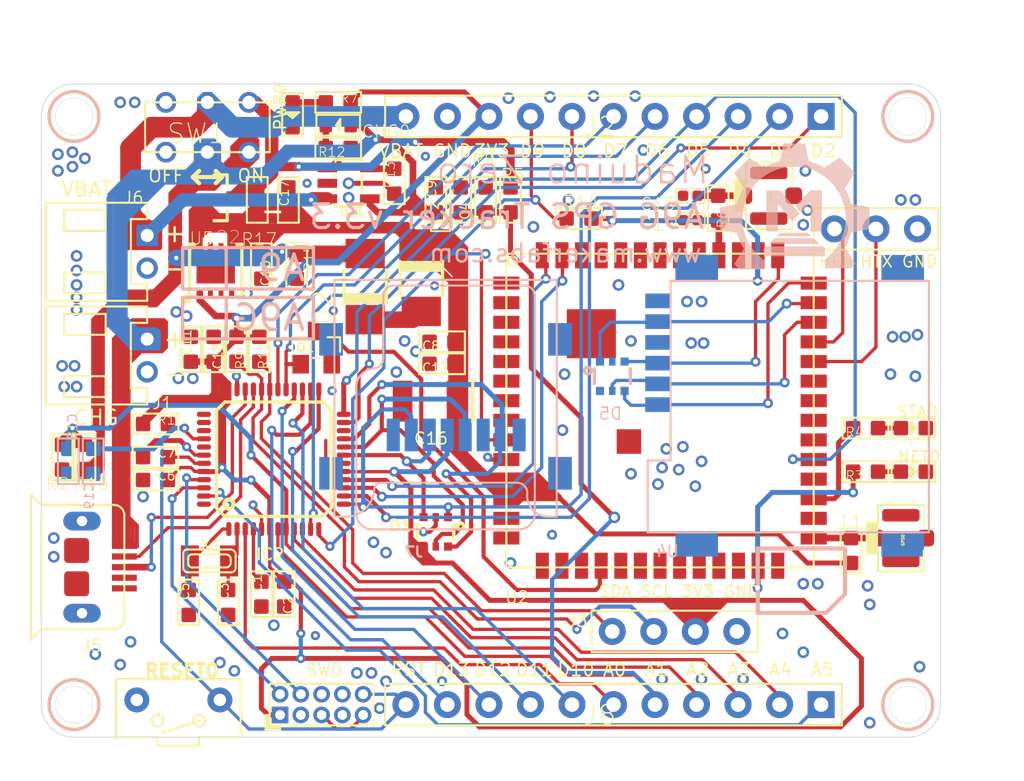
<source format=kicad_pcb>
(kicad_pcb (version 20221018) (generator pcbnew)
  (layers (0 "F.Cu" signal) (31 "B.Cu" signal) (34 "B.Paste" user) (35 "F.Paste" user) (36 "B.SilkS" user "B.Silkscreen") (37 "F.SilkS" user "F.Silkscreen") (38 "B.Mask" user) (39 "F.Mask" user) (44 "Edge.Cuts" user))
  (net 0 "")
  (net 1 "GND")
  (net 2 "A1")
  (net 3 "A0")
  (net 4 "A2")
  (net 5 "A3")
  (net 6 "RESET")
  (net 7 "D7")
  (net 8 "SIM_DATA")
  (net 9 "SIM_CLK")
  (net 10 "SIM_RST")
  (net 11 "SIM_VDD")
  (net 12 "IO28")
  (net 13 "N$94")
  (net 14 "D4")
  (net 15 "D5")
  (net 16 "VBAT")
  (net 17 "N$25")
  (net 18 "D10")
  (net 19 "D9")
  (net 20 "D8")
  (net 21 "D13")
  (net 22 "D6")
  (net 23 "D11")
  (net 24 "D12")
  (net 25 "A5")
  (net 26 "A4")
  (net 27 "D3")
  (net 28 "D2")
  (net 29 "N$26")
  (net 30 "N$31")
  (net 31 "N$7")
  (net 32 "IO27")
  (net 33 "N$1")
  (net 34 "VBUS")
  (net 35 "D+")
  (net 36 "D-")
  (net 37 "N$3")
  (net 38 "SCK")
  (net 39 "+3V3")
  (net 40 "AREFA")
  (net 41 "D1")
  (net 42 "MOSI")
  (net 43 "MISO")
  (net 44 "SDA")
  (net 45 "SCL")
  (net 46 "PA00_XIN32")
  (net 47 "PA01_XOUT32")
  (net 48 "VDDCORE")
  (net 49 "SWCLK")
  (net 50 "SWDIO")
  (net 51 "D0")
  (net 52 "GSM_RF")
  (net 53 "GPS_RF")
  (net 54 "N$8")
  (net 55 "VIO")
  (net 56 "HRXD")
  (net 57 "HTXD")
  (net 58 "VSYS")
  (net 59 "VIN")
  (net 60 "VBAT_IN")
  (net 61 "N$2")
  (footprint "Maduino Zero A9G GPS Tracker v3.3:MICRO-USB-5P" (layer "F.Cu") (at 126.0811 114.5896 -90)
    (fp_text reference "J5")
    (fp_text value "USB-MICRO-5P")
  )
  (footprint "Maduino Zero A9G GPS Tracker v3.3:R0603" (layer "F.Cu") (at 139.1621 88.9356)
    (fp_text reference "R12")
    (fp_text value "1k")
  )
  (footprint "Maduino Zero A9G GPS Tracker v3.3:DO-214AC" (layer "F.Cu") (at 144.2421 96.9112 -90)
    (fp_text reference "D3")
    (fp_text value "SS34")
  )
  (footprint "Maduino Zero A9G GPS Tracker v3.3:R0603" (layer "F.Cu") (at 127.9861 105.8266 180)
    (fp_text reference "R1")
    (fp_text value "10k")
  )
  (footprint "Maduino Zero A9G GPS Tracker v3.3:2P-7.62X3.56-90D" (layer "F.Cu") (at 129.3831 122.7176 -90)
    (fp_text reference "RESET0")
    (fp_text value "")
  )
  (footprint "Maduino Zero A9G GPS Tracker v3.3:SOT23@1" (layer "F.Cu") (at 137.8159 101.153)
    (fp_text reference "Q1")
    (fp_text value "BSN20")
  )
  (footprint "Maduino Zero A9G GPS Tracker v3.3:R0603" (layer "F.Cu") (at 153.8941 93.2536)
    (fp_text reference "R14")
    (fp_text value "10k")
  )
  (footprint "Maduino Zero A9G GPS Tracker v3.3:R0603" (layer "F.Cu") (at 139.1621 86.1416 180)
    (fp_text reference "R7")
    (fp_text value "1K")
  )
  (footprint "Maduino Zero A9G GPS Tracker v3.3:C0603" (layer "F.Cu") (at 146.6551 92.1106 90)
    (fp_text reference "C4")
    (fp_text value "0.1uF")
  )
  (footprint "Maduino Zero A9G GPS Tracker v3.3:PH2.0-2P-90-DIP" (layer "F.Cu") (at 127.4781 95.2856)
    (fp_text reference "J6")
    (fp_text value "PH2.0-2P-90-DIP")
  )
  (footprint "Maduino Zero A9G GPS Tracker v3.3:LED-0603" (layer "F.Cu") (at 174.3411 108.7476)
    (fp_text reference "NET0")
    (fp_text value "Blue")
  )
  (footprint "Maduino Zero A9G GPS Tracker v3.3:R0603" (layer "F.Cu") (at 122.2711 107.8586 90)
    (fp_text reference "R2")
    (fp_text value "1M")
  )
  (footprint "Maduino Zero A9G GPS Tracker v3.3:R0603" (layer "F.Cu") (at 149.7031 92.1106 90)
    (fp_text reference "R5")
    (fp_text value "1M/1%")
  )
  (footprint "Maduino Zero A9G GPS Tracker v3.3:3P-2.54" (layer "F.Cu") (at 172.0551 93.8886 90)
    (fp_text reference "J4" hide)
    (fp_text value "")
  )
  (footprint "Maduino Zero A9G GPS Tracker v3.3:11P-2.54" (layer "F.Cu") (at 156.0011 123.0036 -90)
    (fp_text reference "J8")
    (fp_text value "")
  )
  (footprint "Maduino Zero A9G GPS Tracker v3.3:C0603" (layer "F.Cu") (at 130.1451 101.2546 -90)
    (fp_text reference "C11")
    (fp_text value "4.7uF")
  )
  (footprint "Maduino Zero A9G GPS Tracker v3.3:R0603" (layer "F.Cu") (at 171.4201 106.0806)
    (fp_text reference "R4")
    (fp_text value "330R")
  )
  (footprint "Maduino Zero A9G GPS Tracker v3.3:PINHEAD_2X05_127" (layer "F.Cu") (at 138.1461 123.0036 90)
    (fp_text reference "CN2" hide)
    (fp_text value "PINHEAD-2x5-P1.27" hide)
  )
  (footprint "Maduino Zero A9G GPS Tracker v3.3:R0603" (layer "F.Cu") (at 142.5911 90.9676 -90)
    (fp_text reference "R13")
    (fp_text value "2k")
  )
  (footprint "Maduino Zero A9G GPS Tracker v3.3:LED-0603" (layer "F.Cu") (at 174.3411 106.0806)
    (fp_text reference "STA0")
    (fp_text value "green")
  )
  (footprint "Maduino Zero A9G GPS Tracker v3.3:R0603" (layer "F.Cu") (at 132.9391 101.2546 90)
    (fp_text reference "R9")
    (fp_text value "4.7K")
  )
  (footprint "Maduino Zero A9G GPS Tracker v3.3:D0603" (layer "F.Cu") (at 139.1621 87.5386 180)
    (fp_text reference "CHG0")
    (fp_text value "ORANGE")
  )
  (footprint "Maduino Zero A9G GPS Tracker v3.3:A9G" (layer "F.Cu") (at 158.8471 105.0036)
    (fp_text reference "U2")
    (fp_text value "")
  )
  (footprint "Maduino Zero A9G GPS Tracker v3.3:R0603" (layer "F.Cu") (at 162.4031 92.6186 90)
    (fp_text reference "R6")
    (fp_text value "0R")
  )
  (footprint "Maduino Zero A9G GPS Tracker v3.3:4P-U-FL" (layer "F.Cu") (at 173.5791 112.8116)
    (fp_text reference "GPS0")
    (fp_text value "")
  )
  (footprint "Maduino Zero A9G GPS Tracker v3.3:PH2.0-2P-90-DIP" (layer "F.Cu") (at 127.4781 101.6356)
    (fp_text reference "J1")
    (fp_text value "PH2.0-2P-90-DIP")
  )
  (footprint "Maduino Zero A9G GPS Tracker v3.3:C0603" (layer "F.Cu") (at 135.8601 116.2406 90)
    (fp_text reference "C2")
    (fp_text value "100nF")
  )
  (footprint "Maduino Zero A9G GPS Tracker v3.3:LED-0603" (layer "F.Cu") (at 136.3681 86.9036 -90)
    (fp_text reference "PWR0")
    (fp_text value "RED")
  )
  (footprint "Maduino Zero A9G GPS Tracker v3.3:R0603" (layer "F.Cu") (at 123.6681 107.8586 -90)
    (fp_text reference "R10")
    (fp_text value "1M")
  )
  (footprint "Maduino Zero A9G GPS Tracker v3.3:TQFP48-7X7" (layer "F.Cu") (at 135.2251 107.9856 90)
    (fp_text reference "IC2")
    (fp_text value "SAMD21G18A-AUT")
  )
  (footprint "Maduino Zero A9G GPS Tracker v3.3:R0603" (layer "F.Cu") (at 148.1791 92.1106 -90)
    (fp_text reference "R8")
    (fp_text value "1M/1%")
  )
  (footprint "Maduino Zero A9G GPS Tracker v3.3:SOT363" (layer "F.Cu") (at 145.1311 112.4306 180)
    (fp_text reference "D1")
    (fp_text value "SMF05C")
  )
  (footprint "Maduino Zero A9G GPS Tracker v3.3:C0603" (layer "F.Cu") (at 136.1141 92.1106 -90)
    (fp_text reference "C17")
    (fp_text value "10uF")
  )
  (footprint "Maduino Zero A9G GPS Tracker v3.3:6P-2CH-2.54-7.6X3.0" (layer "F.Cu") (at 131.1611 87.6656 -90)
    (fp_text reference "SW1")
    (fp_text value "")
  )
  (footprint "Maduino Zero A9G GPS Tracker v3.3:8-UDFN" (layer "F.Cu") (at 131.6691 96.4286)
    (fp_text reference "U5")
    (fp_text value "AP7361C-33FGE")
  )
  (footprint "Maduino Zero A9G GPS Tracker v3.3:C0603" (layer "F.Cu") (at 132.4311 116.7486 -90)
    (fp_text reference "C3")
    (fp_text value "22pF")
  )
  (footprint "Maduino Zero A9G GPS Tracker v3.3:C0603" (layer "F.Cu") (at 130.0181 116.7486 -90)
    (fp_text reference "C5")
    (fp_text value "22pF")
  )
  (footprint "Maduino Zero A9G GPS Tracker v3.3:R0603" (layer "F.Cu") (at 171.4201 108.7476)
    (fp_text reference "R3")
    (fp_text value "330R")
  )
  (footprint "Maduino Zero A9G GPS Tracker v3.3:SOT23-3" (layer "F.Cu") (at 131.6691 91.9836 -90)
    (fp_text reference "Q2")
    (fp_text value "MOSFET-PCHANNEL")
  )
  (footprint "Maduino Zero A9G GPS Tracker v3.3:C0603" (layer "F.Cu") (at 134.4631 116.2406 -90)
    (fp_text reference "C1")
    (fp_text value "1uF")
  )
  (footprint "Maduino Zero A9G GPS Tracker v3.3:C0402" (layer "F.Cu") (at 160.7013 91.8566)
    (fp_text reference "C13")
    (fp_text value "NC")
  )
  (footprint "Maduino Zero A9G GPS Tracker v3.3:C0603" (layer "F.Cu") (at 145.5121 100.7974)
    (fp_text reference "C8")
    (fp_text value "10uF")
  )
  (footprint "Maduino Zero A9G GPS Tracker v3.3:4P-U-FL" (layer "F.Cu") (at 165.5019 91.8566)
    (fp_text reference "GSM0")
    (fp_text value "")
  )
  (footprint "Maduino Zero A9G GPS Tracker v3.3:R0603" (layer "F.Cu") (at 134.2091 92.1106 -90)
    (fp_text reference "R17")
    (fp_text value "NC")
  )
  (footprint "Maduino Zero A9G GPS Tracker v3.3:EIA3528" (layer "F.Cu") (at 144.7501 104.4296)
    (fp_text reference "C16")
    (fp_text value "100uF")
  )
  (footprint "Maduino Zero A9G GPS Tracker v3.3:C0603" (layer "F.Cu") (at 145.5121 102.1436)
    (fp_text reference "C12")
    (fp_text value "1uF")
  )
  (footprint "Maduino Zero A9G GPS Tracker v3.3:C0603" (layer "F.Cu") (at 134.4631 96.1746 90)
    (fp_text reference "C10")
    (fp_text value "4.7uF")
  )
  (footprint "Maduino Zero A9G GPS Tracker v3.3:C0402" (layer "F.Cu") (at 160.7013 93.3552)
    (fp_text reference "C14")
    (fp_text value "NC")
  )
  (footprint "Maduino Zero A9G GPS Tracker v3.3:L0603" (layer "F.Cu") (at 170.5311 113.5736 -90)
    (fp_text reference "L1")
    (fp_text value "82nH")
  )
  (footprint "Maduino Zero A9G GPS Tracker v3.3:R0603" (layer "F.Cu") (at 136.6221 96.1746 -90)
    (fp_text reference "R15")
    (fp_text value "100k")
  )
  (footprint "Maduino Zero A9G GPS Tracker v3.3:XTAL3215" (layer "F.Cu") (at 131.2881 114.2086)
    (fp_text reference "X1")
    (fp_text value "32.768")
  )
  (footprint "Maduino Zero A9G GPS Tracker v3.3:R0603" (layer "F.Cu") (at 134.3361 101.2546 90)
    (fp_text reference "R11")
    (fp_text value "4.7K")
  )
  (footprint "Maduino Zero A9G GPS Tracker v3.3:4P-65_35ROUND" (layer "F.Cu") (at 159.7361 118.5266 90)
    (fp_text reference "J3")
    (fp_text value "")
  )
  (footprint "Maduino Zero A9G GPS Tracker v3.3:C0603" (layer "F.Cu") (at 145.1311 92.1106 -90)
    (fp_text reference "C9")
    (fp_text value "10u")
  )
  (footprint "Maduino Zero A9G GPS Tracker v3.3:DO-214AC" (layer "F.Cu") (at 140.8131 97.4192 90)
    (fp_text reference "D2")
    (fp_text value "S2M")
  )
  (footprint "Maduino Zero A9G GPS Tracker v3.3:SOT23-5L" (layer "F.Cu") (at 139.7971 91.0946 -90)
    (fp_text reference "IC1")
    (fp_text value "MCP73831/OT")
  )
  (footprint "Maduino Zero A9G GPS Tracker v3.3:11P-2.54" (layer "F.Cu") (at 156.0011 87.0036 -90)
    (fp_text reference "J2")
    (fp_text value "")
  )
  (footprint "Maduino Zero A9G GPS Tracker v3.3:C0603" (layer "F.Cu") (at 131.5421 101.2546 90)
    (fp_text reference "C15")
    (fp_text value "100nF")
  )
  (footprint "Maduino Zero A9G GPS Tracker v3.3:C0603" (layer "F.Cu") (at 127.9861 107.8586 180)
    (fp_text reference "C7")
    (fp_text value "1uF")
  )
  (footprint "Maduino Zero A9G GPS Tracker v3.3:C0603" (layer "F.Cu") (at 127.9861 109.2556 180)
    (fp_text reference "C6")
    (fp_text value "100nF")
  )
  (footprint "Maduino Zero A9G GPS Tracker v3.3:C0603" (layer "B.Cu") (at 124.1761 108.1126 90)
    (fp_text reference "C19")
    (fp_text value "0.1uF")
  )
  (footprint "Maduino Zero A9G GPS Tracker v3.3:SOT363" (layer "B.Cu") (at 155.9261 102.9056)
    (fp_text reference "D5")
    (fp_text value "SMF05C")
  )
  (footprint "Maduino Zero A9G GPS Tracker v3.3:C0603" (layer "B.Cu") (at 122.6521 108.1126 -90)
    (fp_text reference "C18")
    (fp_text value "0.1uF")
  )
  (footprint "Maduino Zero A9G GPS Tracker v3.3:8P-SMD" (layer "B.Cu") (at 145.7281 106.2456)
    (fp_text reference "J7")
    (fp_text value "")
  )
  (footprint "Maduino Zero A9G GPS Tracker v3.3:MICROSIM" (layer "B.Cu") (at 159.4911 97.0636)
    (fp_text reference "U4")
    (fp_text value "MICROSIM")
  )
  (footprint "Maduino Zero A9G GPS Tracker v3.3:MAKERFABS_0.3" (layer "B.Cu") (at 171.1751 96.3016 180)
    (fp_text reference "U$1" hide)
    (fp_text value "" hide)
  )
  (gr_line (start 137.6471 100.6196) (end 132.3131 100.6196) (stroke (width 0.2032)) (layer "B.SilkS"))
  (gr_line (start 132.3131 100.6196) (end 132.3131 98.0796) (stroke (width 0.2032)) (layer "B.SilkS"))
  (gr_line (start 132.3131 95.0316) (end 137.6471 95.0316) (stroke (width 0.2032)) (layer "B.SilkS"))
  (gr_circle (center 123.0011 87.0036) (end 124.5251 87.0036) (stroke (width 0.2032)) (fill none) (layer "B.SilkS"))
  (gr_circle (center 174.0011 123.0036) (end 175.5251 123.0036) (stroke (width 0.2032)) (fill none) (layer "B.SilkS"))
  (gr_line (start 170.1591 113.4466) (end 164.8251 113.4466) (stroke (width 0.254)) (layer "B.SilkS"))
  (gr_line (start 164.8251 117.3836) (end 169.0161 117.3836) (stroke (width 0.254)) (layer "B.SilkS"))
  (gr_line (start 132.3131 97.5716) (end 129.6461 97.5716) (stroke (width 0.2032)) (layer "B.SilkS"))
  (gr_circle (center 174.0011 87.0036) (end 175.5251 87.0036) (stroke (width 0.2032)) (fill none) (layer "B.SilkS"))
  (gr_line (start 137.6471 98.0796) (end 132.3131 98.0796) (stroke (width 0.2032)) (layer "B.SilkS"))
  (gr_line (start 170.1591 116.2406) (end 170.1591 113.4466) (stroke (width 0.254)) (layer "B.SilkS"))
  (gr_line (start 137.6471 98.0796) (end 137.6471 100.6196) (stroke (width 0.2032)) (layer "B.SilkS"))
  (gr_line (start 169.0161 117.3836) (end 170.1591 116.2406) (stroke (width 0.254)) (layer "B.SilkS"))
  (gr_line (start 132.3131 97.5716) (end 132.3131 95.0316) (stroke (width 0.2032)) (layer "B.SilkS"))
  (gr_line (start 137.6471 97.5716) (end 132.3131 97.5716) (stroke (width 0.2032)) (layer "B.SilkS"))
  (gr_line (start 129.6461 95.0316) (end 132.3131 95.0316) (stroke (width 0.2032)) (layer "B.SilkS"))
  (gr_line (start 129.6461 100.6196) (end 129.6461 98.0796) (stroke (width 0.2032)) (layer "B.SilkS"))
  (gr_circle (center 123.0011 123.0036) (end 124.5251 123.0036) (stroke (width 0.2032)) (fill none) (layer "B.SilkS"))
  (gr_line (start 132.3131 98.0796) (end 129.6461 98.0796) (stroke (width 0.2032)) (layer "B.SilkS"))
  (gr_line (start 132.3131 100.6196) (end 129.6461 100.6196) (stroke (width 0.2032)) (layer "B.SilkS"))
  (gr_line (start 129.6461 97.5716) (end 129.6461 95.0316) (stroke (width 0.2032)) (layer "B.SilkS"))
  (gr_line (start 164.8251 113.4466) (end 164.8251 117.3836) (stroke (width 0.254)) (layer "B.SilkS"))
  (gr_line (start 137.6471 95.0316) (end 137.6471 97.5716) (stroke (width 0.2032)) (layer "B.SilkS"))
  (gr_circle (center 123.0011 87.0036) (end 124.5251 87.0036) (stroke (width 0.2032)) (fill none) (layer "F.SilkS"))
  (gr_line (start 132.0501 90.7136) (end 131.6691 91.0946) (stroke (width 0.254)) (layer "F.SilkS"))
  (gr_circle (center 123.0011 123.0036) (end 124.5251 123.0036) (stroke (width 0.2032)) (fill none) (layer "F.SilkS"))
  (gr_line (start 132.0501 90.7136) (end 131.6691 90.3326) (stroke (width 0.254)) (layer "F.SilkS"))
  (gr_line (start 130.6531 90.3326) (end 130.2721 90.7136) (stroke (width 0.254)) (layer "F.SilkS"))
  (gr_line (start 130.2721 90.7136) (end 132.0501 90.7136) (stroke (width 0.254)) (layer "F.SilkS"))
  (gr_circle (center 174.0011 87.0036) (end 175.5251 87.0036) (stroke (width 0.2032)) (fill none) (layer "F.SilkS"))
  (gr_circle (center 174.0011 123.0036) (end 175.5251 123.0036) (stroke (width 0.2032)) (fill none) (layer "F.SilkS"))
  (gr_line (start 130.6531 91.0946) (end 130.2721 90.7136) (stroke (width 0.254)) (layer "F.SilkS"))
  (gr_arc (start 174.0011 85.0036) (mid 175.415314 85.589386) (end 176.0011 87.0036) (stroke (width 0.05)) (layer "Edge.Cuts"))
  (gr_line (start 121.0011 87.0036) (end 121.0011 123.0036) (stroke (width 0.05)) (layer "Edge.Cuts"))
  (gr_circle (center 123.0011 87.0036) (end 124.1441 87.0036) (stroke (width 0.0254)) (fill none) (layer "Edge.Cuts"))
  (gr_arc (start 176.0011 123.0036) (mid 175.415314 124.417814) (end 174.0011 125.0036) (stroke (width 0.05)) (layer "Edge.Cuts"))
  (gr_line (start 123.0011 125.0036) (end 174.0011 125.0036) (stroke (width 0.05)) (layer "Edge.Cuts"))
  (gr_circle (center 123.0011 123.0036) (end 124.1441 123.0036) (stroke (width 0.0254)) (fill none) (layer "Edge.Cuts"))
  (gr_arc (start 121.0011 87.0036) (mid 121.586886 85.589386) (end 123.0011 85.0036) (stroke (width 0.05)) (layer "Edge.Cuts"))
  (gr_line (start 176.0011 123.0036) (end 176.0011 87.0036) (stroke (width 0.05)) (layer "Edge.Cuts"))
  (gr_line (start 174.0011 85.0036) (end 123.0011 85.0036) (stroke (width 0.05)) (layer "Edge.Cuts"))
  (gr_circle (center 174.0011 123.0036) (end 175.1441 123.0036) (stroke (width 0.0254)) (fill none) (layer "Edge.Cuts"))
  (gr_arc (start 123.0011 125.0036) (mid 121.586886 124.417814) (end 121.0011 123.0036) (stroke (width 0.05)) (layer "Edge.Cuts"))
  (gr_circle (center 174.0011 87.0036) (end 175.1441 87.0036) (stroke (width 0.0254)) (fill none) (layer "Edge.Cuts"))
  (gr_text "www.makerfabs.com" (at 161.4761 96.0222) (layer "B.SilkS") (effects (font (size 1.1176 1.1176) (thickness 0.1524)) (justify left bottom mirror)))
  (gr_text "A9G" (at 137.2661 100.2386) (layer "B.SilkS") (effects (font (size 1.56464 1.56464) (thickness 0.21336)) (justify left bottom mirror)))
  (gr_text "A9" (at 137.2661 97.1906) (layer "B.SilkS") (effects (font (size 1.56464 1.56464) (thickness 0.21336)) (justify left bottom mirror)))
  (gr_text "Maduino Zero " (at 161.9713 91.247) (layer "B.SilkS") (effects (font (size 1.63576 1.63576) (thickness 0.14224)) (justify left bottom mirror)))
  (gr_text "A9G GPS Tracker v3.3" (at 161.6793 93.9902) (layer "B.SilkS") (effects (font (size 1.45288 1.45288) (thickness 0.19812)) (justify left bottom mirror)))
  (gr_text "D4" (at 162.9111 89.5706) (layer "F.SilkS") (effects (font (size 0.78232 0.78232) (thickness 0.10668)) (justify left bottom)))
  (gr_text "3V3" (at 160.1171 116.4946) (layer "F.SilkS") (effects (font (size 0.715264 0.715264) (thickness 0.097536)) (justify left bottom)))
  (gr_text "" (at 157.957137 90.160582) (layer "F.SilkS") (effects (font (size 0.747776 0.747776) (thickness 0.065024)) (justify right top)))
  (gr_text "D12" (at 147.4171 121.3206) (layer "F.SilkS") (effects (font (size 0.78232 0.78232) (thickness 0.10668)) (justify left bottom)))
  (gr_text "D6" (at 157.8311 89.5706) (layer "F.SilkS") (effects (font (size 0.78232 0.78232) (thickness 0.10668)) (justify left bottom)))
  (gr_text "-" (at 128.4941 96.9366) (layer "F.SilkS") (effects (font (size 1.1176 1.1176) (thickness 0.1524)) (justify left bottom)))
  (gr_text "A2" (at 160.3711 121.3206) (layer "F.SilkS") (effects (font (size 0.78232 0.78232) (thickness 0.10668)) (justify left bottom)))
  (gr_text "D5" (at 160.3711 89.5706) (layer "F.SilkS") (effects (font (size 0.78232 0.78232) (thickness 0.10668)) (justify left bottom)))
  (gr_text "HRX" (at 168.4991 96.3016) (layer "F.SilkS") (effects (font (size 0.715264 0.715264) (thickness 0.097536)) (justify left bottom)))
  (gr_text "D9" (at 150.2111 89.5706) (layer "F.SilkS") (effects (font (size 0.78232 0.78232) (thickness 0.10668)) (justify left bottom)))
  (gr_text "A4" (at 165.4511 121.3206) (layer "F.SilkS") (effects (font (size 0.78232 0.78232) (thickness 0.10668)) (justify left bottom)))
  (gr_text "D2" (at 167.9911 89.5706) (layer "F.SilkS") (effects (font (size 0.78232 0.78232) (thickness 0.10668)) (justify left bottom)))
  (gr_text "VBAT" (at 122.1441 91.9836) (layer "F.SilkS") (effects (font (size 0.89408 0.89408) (thickness 0.12192)) (justify left bottom)))
  (gr_text "OFF" (at 127.4781 91.0946) (layer "F.SilkS") (effects (font (size 0.78232 0.78232) (thickness 0.10668)) (justify left bottom)))
  (gr_text "D8" (at 152.7511 89.5706) (layer "F.SilkS") (effects (font (size 0.78232 0.78232) (thickness 0.10668)) (justify left bottom)))
  (gr_text "SWD" (at 137.1301 121.3206) (layer "F.SilkS") (effects (font (size 0.715264 0.715264) (thickness 0.097536)) (justify left bottom)))
  (gr_text "HTX" (at 171.0391 96.3016) (layer "F.SilkS") (effects (font (size 0.715264 0.715264) (thickness 0.097536)) (justify left bottom)))
  (gr_text "SCL" (at 157.5771 116.4946) (layer "F.SilkS") (effects (font (size 0.715264 0.715264) (thickness 0.097536)) (justify left bottom)))
  (gr_text "D11" (at 149.9571 121.3206) (layer "F.SilkS") (effects (font (size 0.78232 0.78232) (thickness 0.10668)) (justify left bottom)))
  (gr_text "3V3" (at 147.4171 89.5706) (layer "F.SilkS") (effects (font (size 0.78232 0.78232) (thickness 0.10668)) (justify left bottom)))
  (gr_text "CHG" (at 122.9061 105.9536) (layer "F.SilkS") (effects (font (size 0.89408 0.89408) (thickness 0.12192)) (justify left bottom)))
  (gr_text "-" (at 128.3671 103.4136) (layer "F.SilkS") (effects (font (size 1.1176 1.1176) (thickness 0.1524)) (justify left bottom)))
  (gr_text "GND" (at 144.8771 89.5706) (layer "F.SilkS") (effects (font (size 0.78232 0.78232) (thickness 0.10668)) (justify left bottom)))
  (gr_text "A1" (at 157.8311 121.3206) (layer "F.SilkS") (effects (font (size 0.78232 0.78232) (thickness 0.10668)) (justify left bottom)))
  (gr_text "GND" (at 173.5791 96.3016) (layer "F.SilkS") (effects (font (size 0.715264 0.715264) (thickness 0.097536)) (justify left bottom)))
  (gr_text "D7" (at 155.2911 89.5706) (layer "F.SilkS") (effects (font (size 0.78232 0.78232) (thickness 0.10668)) (justify left bottom)))
  (gr_text "D10" (at 152.4971 121.3206) (layer "F.SilkS") (effects (font (size 0.78232 0.78232) (thickness 0.10668)) (justify left bottom)))
  (gr_text "+" (at 128.3671 94.7776) (layer "F.SilkS") (effects (font (size 1.1176 1.1176) (thickness 0.1524)) (justify left bottom)))
  (gr_text "ON" (at 132.9391 91.0946) (layer "F.SilkS") (effects (font (size 0.78232 0.78232) (thickness 0.10668)) (justify left bottom)))
  (gr_text "GND" (at 162.6571 116.4946) (layer "F.SilkS") (effects (font (size 0.715264 0.715264) (thickness 0.097536)) (justify left bottom)))
  (gr_text "D13" (at 144.8771 121.3206) (layer "F.SilkS") (effects (font (size 0.78232 0.78232) (thickness 0.10668)) (justify left bottom)))
  (gr_text "D3" (at 165.4511 89.5706) (layer "F.SilkS") (effects (font (size 0.78232 0.78232) (thickness 0.10668)) (justify left bottom)))
  (gr_text "A0" (at 155.2911 121.3206) (layer "F.SilkS") (effects (font (size 0.78232 0.78232) (thickness 0.10668)) (justify left bottom)))
  (gr_text "A3" (at 162.9111 121.3206) (layer "F.SilkS") (effects (font (size 0.78232 0.78232) (thickness 0.10668)) (justify left bottom)))
  (gr_text "SDA" (at 155.0371 116.4946) (layer "F.SilkS") (effects (font (size 0.715264 0.715264) (thickness 0.097536)) (justify left bottom)))
  (gr_text "+" (at 128.3671 101.2546) (layer "F.SilkS") (effects (font (size 1.1176 1.1176) (thickness 0.1524)) (justify left bottom)))
  (gr_text "VBAT" (at 141.5751 89.5706) (layer "F.SilkS") (effects (font (size 0.78232 0.78232) (thickness 0.10668)) (justify left bottom)))
  (gr_text "A5" (at 167.9911 121.3206) (layer "F.SilkS") (effects (font (size 0.78232 0.78232) (thickness 0.10668)) (justify left bottom)))
  (gr_text "RST" (at 142.3371 121.3206) (layer "F.SilkS") (effects (font (size 0.78232 0.78232) (thickness 0.10668)) (justify left bottom)))
  (segment (start 149.4471 108.0036) (end 148.4511 108.0036) (width 0.254) (layer "F.Cu") (net 1))
  (segment (start 134.4751 112.2606) (end 134.4751 111.4266) (width 0.2032) (layer "F.Cu") (net 1))
  (segment (start 139.0351 124.4956) (end 138.1461 123.6066) (width 0.2032) (layer "F.Cu") (net 1))
  (segment (start 139.9241 124.4956) (end 139.0351 124.4956) (width 0.2032) (layer "F.Cu") (net 1))
  (segment (start 140.7181 123.6386) (end 140.7496 123.6701) (width 0.2032) (layer "F.Cu") (net 1))
  (segment (start 129.8911 107.2236) (end 129.5101 106.8426) (width 0.3048) (layer "F.Cu") (net 1))
  (segment (start 127.2241 107.6046) (end 127.2241 107.8586) (width 0.3048) (layer "F.Cu") (net 1))
  (segment (start 144.7501 112.4306) (end 144.3691 112.4306) (width 0.254) (layer "F.Cu") (net 1))
  (segment (start 139.9241 124.4956) (end 140.7496 123.6701) (width 0.2032) (layer "F.Cu") (net 1))
  (segment (start 142.5911 91.7296) (end 141.9561 91.0946) (width 0.3048) (layer "F.Cu") (net 1))
  (segment (start 130.3991 107.7316) (end 129.8911 107.2236) (width 0.2032) (layer "F.Cu") (net 1))
  (segment (start 139.5001 108.2356) (end 138.5231 108.2356) (width 0.2032) (layer "F.Cu") (net 1))
  (segment (start 130.9501 107.7356) (end 130.9461 107.7316) (width 0.3048) (layer "F.Cu") (net 1))
  (segment (start 132.9751 103.7106) (end 132.9751 102.9416) (width 0.254) (layer "F.Cu") (net 1))
  (segment (start 127.9861 106.8426) (end 127.2241 107.6046) (width 0.3048) (layer "F.Cu") (net 1))
  (segment (start 138.5231 108.2356) (end 138.4001 108.1126) (width 0.2032) (layer "F.Cu") (net 1))
  (segment (start 145.1311 111.5306) (end 145.1311 112.0496) (width 0.254) (layer "F.Cu") (net 1))
  (segment (start 129.5101 106.8426) (end 127.9861 106.8426) (width 0.3048) (layer "F.Cu") (net 1))
  (segment (start 141.9561 91.0946) (end 139.7971 91.0946) (width 0.3048) (layer "F.Cu") (net 1))
  (segment (start 130.9501 107.7356) (end 130.4031 107.7356) (width 0.2032) (layer "F.Cu") (net 1))
  (segment (start 145.1311 112.0496) (end 144.7501 112.4306) (width 0.254) (layer "F.Cu") (net 1))
  (segment (start 138.4001 108.1126) (end 138.4001 106.8426) (width 0.2032) (layer "F.Cu") (net 1))
  (segment (start 140.7496 123.6701) (end 140.8131 123.6066) (width 0.2032) (layer "F.Cu") (net 1))
  (segment (start 148.4511 108.0036) (end 148.3061 107.8586) (width 0.254) (layer "F.Cu") (net 1))
  (segment (start 130.4031 107.7356) (end 130.3991 107.7316) (width 0.2032) (layer "F.Cu") (net 1))
  (segment (start 132.9751 102.9416) (end 132.9391 102.9056) (width 0.254) (layer "F.Cu") (net 1))
  (segment (start 140.6861 123.6386) (end 140.7181 123.6386) (width 0.2032) (layer "F.Cu") (net 1))
  (segment (start 130.9461 107.7316) (end 130.3991 107.7316) (width 0.2032) (layer "F.Cu") (net 1))
  (segment (start 134.4751 111.4266) (end 133.8281 110.7796) (width 0.2032) (layer "F.Cu") (net 1))
  (via (at 123.1601 96.4286) (size 0.7112) (drill 0.4064) (layers "F.Cu" "B.Cu") (net 1))
  (via (at 153.2591 92.1106) (size 0.7112) (drill 0.4064) (layers "F.Cu" "B.Cu") (net 1))
  (via (at 167.7371 90.3326) (size 0.7112) (drill 0.4064) (layers "F.Cu" "B.Cu") (net 1))
  (via (at 122.0171 89.3166) (size 0.7112) (drill 0.4064) (layers "F.Cu" "B.Cu") (net 1))
  (via (at 123.0331 102.2706) (size 0.7112) (drill 0.4064) (layers "F.Cu" "B.Cu") (net 1))
  (via (at 167.6101 119.7966) (size 0.7112) (drill 0.4064) (layers "F.Cu" "B.Cu") (net 1))
  (via (at 122.9061 90.0786) (size 0.7112) (drill 0.4064) (layers "F.Cu" "B.Cu") (net 1))
  (via (at 137.7651 118.7806) (size 0.5588) (drill 0.254) (layers "F.Cu" "B.Cu") (net 1))
  (via (at 121.7631 112.8116) (size 0.7112) (drill 0.4064) (layers "F.Cu" "B.Cu") (net 1))
  (via (at 158.9741 108.4936) (size 0.7112) (drill 0.4064) (layers "F.Cu" "B.Cu") (net 1))
  (via (at 144.3691 112.4306) (size 0.5588) (drill 0.254) (layers "F.Cu" "B.Cu") (net 1))
  (via (at 129.8911 107.2236) (size 0.5588) (drill 0.254) (layers "F.Cu" "B.Cu") (net 1))
  (via (at 139.7971 91.0946) (size 0.7112) (drill 0.4064) (layers "F.Cu" "B.Cu") (net 1))
  (via (at 160.2441 107.2236) (size 0.7112) (drill 0.4064) (layers "F.Cu" "B.Cu") (net 1))
  (via (at 171.6741 116.8756) (size 0.7112) (drill 0.4064) (layers "F.Cu" "B.Cu") (net 1))
  (via (at 124.3031 119.9236) (size 0.7112) (drill 0.4064) (layers "F.Cu" "B.Cu") (net 1))
  (via (at 167.6101 93.6346) (size 0.7112) (drill 0.4064) (layers "F.Cu" "B.Cu") (net 1))
  (via (at 173.5791 92.1106) (size 0.7112) (drill 0.4064) (layers "F.Cu" "B.Cu") (net 1))
  (via (at 168.4991 115.6056) (size 0.7112) (drill 0.4064) (layers "F.Cu" "B.Cu") (net 1))
  (via (at 129.2561 98.9686) (size 0.7112) (drill 0.4064) (layers "F.Cu" "B.Cu") (net 1))
  (via (at 152.2431 112.6084) (size 0.6096) (drill 0.3048) (layers "F.Cu" "B.Cu") (net 1))
  (via (at 156.3071 97.3176) (size 0.7112) (drill 0.4064) (layers "F.Cu" "B.Cu") (net 1))
  (via (at 133.5741 97.8256) (size 0.7112) (drill 0.4064) (layers "F.Cu" "B.Cu") (net 1))
  (via (at 161.3871 121.4476) (size 0.7112) (drill 0.4064) (layers "F.Cu" "B.Cu") (net 1))
  (via (at 123.1601 103.5406) (size 0.7112) (drill 0.4064) (layers "F.Cu" "B.Cu") (net 1))
  (via (at 131.9231 120.4316) (size 0.7112) (drill 0.4064) (layers "F.Cu" "B.Cu") (net 1))
  (via (at 127.2241 110.2716) (size 0.7112) (drill 0.4064) (layers "F.Cu" "B.Cu") (net 1))
  (via (at 122.9061 89.1896) (size 0.7112) (drill 0.4064) (layers "F.Cu" "B.Cu") (net 1))
  (via (at 161.5141 100.8736) (size 0.7112) (drill 0.4064) (layers "F.Cu" "B.Cu") (net 1))
  (via (at 133.9551 110.7796) (size 0.5588) (drill 0.254) (layers "F.Cu" "B.Cu") (net 1))
  (via (at 174.4681 92.1106) (size 0.7112) (drill 0.4064) (layers "F.Cu" "B.Cu") (net 1))
  (via (at 163.9271 121.4476) (size 0.7112) (drill 0.4064) (layers "F.Cu" "B.Cu") (net 1))
  (via (at 157.8311 89.0626) (size 0.7112) (drill 0.4064) (layers "F.Cu" "B.Cu") (net 1))
  (via (at 152.1161 85.8114) (size 0.7112) (drill 0.4064) (layers "F.Cu" "B.Cu") (net 1))
  (via (at 135.2251 118.1456) (size 0.7112) (drill 0.4064) (layers "F.Cu" "B.Cu") (net 1))
  (via (at 141.1941 121.0666) (size 0.7112) (drill 0.4064) (layers "F.Cu" "B.Cu") (net 1))
  (via (at 159.2281 107.3506) (size 0.7112) (drill 0.4064) (layers "F.Cu" "B.Cu") (net 1))
  (via (at 160.7521 100.8736) (size 0.7112) (drill 0.4064) (layers "F.Cu" "B.Cu") (net 1))
  (via (at 142.7181 102.6516) (size 0.7112) (drill 0.4064) (layers "F.Cu" "B.Cu") (net 1))
  (via (at 172.9441 102.7786) (size 0.7112) (drill 0.4064) (layers "F.Cu" "B.Cu") (net 1))
  (via (at 157.3231 85.7606) (size 0.7112) (drill 0.4064) (layers "F.Cu" "B.Cu") (net 1))
  (via (at 166.3401 118.6536) (size 0.7112) (drill 0.4064) (layers "F.Cu" "B.Cu") (net 1))
  (via (at 138.7811 103.7946) (size 0.5588) (drill 0.254) (layers "F.Cu" "B.Cu") (net 1))
  (via (at 141.3211 113.0656) (size 0.7112) (drill 0.4064) (layers "F.Cu" "B.Cu") (net 1))
  (via (at 122.0171 90.3326) (size 0.7112) (drill 0.4064) (layers "F.Cu" "B.Cu") (net 1))
  (via (at 125.8271 120.5586) (size 0.7112) (drill 0.4064) (layers "F.Cu" "B.Cu") (net 1))
  (via (at 121.7631 113.9546) (size 0.7112) (drill 0.4064) (layers "F.Cu" "B.Cu") (net 1))
  (via (at 167.8641 92.7456) (size 0.7112) (drill 0.4064) (layers "F.Cu" "B.Cu") (net 1))
  (via (at 126.4621 119.1616) (size 0.7112) (drill 0.4064) (layers "F.Cu" "B.Cu") (net 1))
  (via (at 152.8781 106.2076) (size 0.7112) (drill 0.4064) (layers "F.Cu" "B.Cu") (net 1))
  (via (at 171.5471 115.7326) (size 0.7112) (drill 0.4064) (layers "F.Cu" "B.Cu") (net 1))
  (via (at 151.1001 93.7616) (size 0.7112) (drill 0.4064) (layers "F.Cu" "B.Cu") (net 1))
  (via (at 137.2571 91.0946) (size 0.5588) (drill 0.254) (layers "F.Cu" "B.Cu") (net 1))
  (via (at 129.8911 99.2226) (size 0.7112) (drill 0.4064) (layers "F.Cu" "B.Cu") (net 1))
  (via (at 123.1601 95.5396) (size 0.7112) (drill 0.4064) (layers "F.Cu" "B.Cu") (net 1))
  (via (at 171.6741 124.1146) (size 0.7112) (drill 0.4064) (layers "F.Cu" "B.Cu") (net 1))
  (via (at 158.7201 109.5096) (size 0.7112) (drill 0.4064) (layers "F.Cu" "B.Cu") (net 1))
  (via (at 173.0711 100.4926) (size 0.7112) (drill 0.4064) (layers "F.Cu" "B.Cu") (net 1))
  (via (at 143.2261 100.7466) (size 0.7112) (drill 0.4064) (layers "F.Cu" "B.Cu") (net 1))
  (via (at 123.1601 98.8416) (size 0.7112) (drill 0.4064) (layers "F.Cu" "B.Cu") (net 1))
  (via (at 161.0061 109.6366) (size 0.7112) (drill 0.4064) (layers "F.Cu" "B.Cu") (net 1))
  (via (at 157.0691 100.7466) (size 0.7112) (drill 0.4064) (layers "F.Cu" "B.Cu") (net 1))
  (via (at 148.3061 107.8586) (size 0.5588) (drill 0.254) (layers "F.Cu" "B.Cu") (net 1))
  (via (at 123.1601 98.0796) (size 0.7112) (drill 0.4064) (layers "F.Cu" "B.Cu") (net 1))
  (via (at 144.4961 89.4436) (size 0.5588) (drill 0.254) (layers "F.Cu" "B.Cu") (net 1))
  (via (at 140.3051 121.0666) (size 0.7112) (drill 0.4064) (layers "F.Cu" "B.Cu") (net 1))
  (via (at 161.6411 90.2056) (size 0.6096) (drill 0.3048) (layers "F.Cu" "B.Cu") (net 1))
  (via (at 157.0691 108.8746) (size 0.7112) (drill 0.4064) (layers "F.Cu" "B.Cu") (net 1))
  (via (at 149.5761 85.8876) (size 0.7112) (drill 0.4064) (layers "F.Cu" "B.Cu") (net 1))
  (via (at 122.3981 103.5406) (size 0.7112) (drill 0.4064) (layers "F.Cu" "B.Cu") (net 1))
  (via (at 132.9391 102.9056) (size 0.5588) (drill 0.254) (layers "F.Cu" "B.Cu") (net 1))
  (via (at 173.8331 100.4926) (size 0.7112) (drill 0.4064) (layers "F.Cu" "B.Cu") (net 1))
  (via (at 145.0549 97.3684) (size 0.5588) (drill 0.254) (layers "F.Cu" "B.Cu") (net 1))
  (via (at 161.3871 98.3336) (size 0.7112) (drill 0.4064) (layers "F.Cu" "B.Cu") (net 1))
  (via (at 122.2711 102.2706) (size 0.7112) (drill 0.4064) (layers "F.Cu" "B.Cu") (net 1))
  (via (at 154.7831 85.7606) (size 0.7112) (drill 0.4064) (layers "F.Cu" "B.Cu") (net 1))
  (via (at 153.0051 102.7786) (size 0.7112) (drill 0.4064) (layers "F.Cu" "B.Cu") (net 1))
  (via (at 123.1601 97.3176) (size 0.7112) (drill 0.4064) (layers "F.Cu" "B.Cu") (net 1))
  (via (at 139.7971 91.9836) (size 0.7112) (drill 0.4064) (layers "F.Cu" "B.Cu") (net 1))
  (via (at 132.8121 120.9396) (size 0.7112) (drill 0.4064) (layers "F.Cu" "B.Cu") (net 1))
  (via (at 123.6681 89.5706) (size 0.7112) (drill 0.4064) (layers "F.Cu" "B.Cu") (net 1))
  (via (at 174.4681 102.9056) (size 0.7112) (drill 0.4064) (layers "F.Cu" "B.Cu") (net 1))
  (via (at 161.3871 108.1126) (size 0.7112) (drill 0.4064) (layers "F.Cu" "B.Cu") (net 1))
  (via (at 141.7021 123.2256) (size 0.7112) (drill 0.4064) (layers "F.Cu" "B.Cu") (net 1))
  (via (at 158.9741 121.4476) (size 0.7112) (drill 0.4064) (layers "F.Cu" "B.Cu") (net 1))
  (via (at 174.5951 100.3656) (size 0.7112) (drill 0.4064) (layers "F.Cu" "B.Cu") (net 1))
  (via (at 138.8573 98.8924) (size 0.5588) (drill 0.254) (layers "F.Cu" "B.Cu") (net 1))
  (via (at 126.7161 86.1416) (size 0.7112) (drill 0.4064) (layers "F.Cu" "B.Cu") (net 1))
  (via (at 142.0831 113.7006) (size 0.7112) (drill 0.4064) (layers "F.Cu" "B.Cu") (net 1))
  (via (at 143.9119 101.3816) (size 0.7112) (drill 0.4064) (layers "F.Cu" "B.Cu") (net 1))
  (via (at 160.4981 98.3336) (size 0.7112) (drill 0.4064) (layers "F.Cu" "B.Cu") (net 1))
  (via (at 130.2721 103.0326) (size 0.7112) (drill 0.4064) (layers "F.Cu" "B.Cu") (net 1))
  (via (at 145.5121 121.5746) (size 0.6096) (drill 0.3048) (layers "F.Cu" "B.Cu") (net 1))
  (via (at 159.9901 108.6206) (size 0.7112) (drill 0.4064) (layers "F.Cu" "B.Cu") (net 1))
  (via (at 129.3831 103.0326) (size 0.7112) (drill 0.4064) (layers "F.Cu" "B.Cu") (net 1))
  (via (at 142.0831 121.5746) (size 0.7112) (drill 0.4064) (layers "F.Cu" "B.Cu") (net 1))
  (via (at 149.7031 114.3356) (size 0.7112) (drill 0.4064) (layers "F.Cu" "B.Cu") (net 1))
  (via (at 167.6101 115.6056) (size 0.7112) (drill 0.4064) (layers "F.Cu" "B.Cu") (net 1))
  (via (at 174.7221 120.6856) (size 0.7112) (drill 0.4064) (layers "F.Cu" "B.Cu") (net 1))
  (via (at 125.8271 86.1416) (size 0.7112) (drill 0.4064) (layers "F.Cu" "B.Cu") (net 1))
  (segment (start 129.8911 107.2236) (end 129.8911 107.3506) (width 0.2032) (layer "B.Cu") (net 1))
  (segment (start 129.8911 107.3506) (end 129.7641 107.2236) (width 0.2032) (layer "B.Cu") (net 1))
  (segment (start 154.0211 105.4456) (end 150.9731 102.3976) (width 0.3048) (layer "F.Cu") (net 2))
  (segment (start 135.4751 112.2606) (end 135.4751 113.4426) (width 0.2032) (layer "F.Cu") (net 2))
  (segment (start 153.2591 121.1936) (end 152.1161 120.0506) (width 0.2032) (layer "F.Cu") (net 2))
  (segment (start 157.3661 121.1936) (end 157.2391 121.1936) (width 0.2032) (layer "F.Cu") (net 2))
  (segment (start 158.5411 122.3686) (end 158.5411 123.0036) (width 0.2032) (layer "F.Cu") (net 2))
  (segment (start 144.4961 117.6376) (end 146.9091 120.0506) (width 0.2032) (layer "F.Cu") (net 2))
  (segment (start 156.0531 111.5416) (end 154.0211 109.5096) (width 0.3048) (layer "F.Cu") (net 2))
  (segment (start 154.0211 109.5096) (end 154.0211 105.4456) (width 0.3048) (layer "F.Cu") (net 2))
  (segment (start 139.6701 117.6376) (end 144.4961 117.6376) (width 0.2032) (layer "F.Cu") (net 2))
  (segment (start 150.9731 96.6826) (end 149.7031 95.4126) (width 0.3048) (layer "F.Cu") (net 2))
  (segment (start 135.4751 113.4426) (end 139.6701 117.6376) (width 0.2032) (layer "F.Cu") (net 2))
  (segment (start 153.2591 121.1936) (end 157.2391 121.1936) (width 0.2032) (layer "F.Cu") (net 2))
  (segment (start 146.6551 92.8726) (end 148.1791 92.8726) (width 0.4064) (layer "F.Cu") (net 2))
  (segment (start 148.1791 92.8726) (end 149.7031 92.8726) (width 0.4064) (layer "F.Cu") (net 2))
  (segment (start 146.9091 120.0506) (end 152.1161 120.0506) (width 0.2032) (layer "F.Cu") (net 2))
  (segment (start 150.9731 102.3976) (end 150.9731 96.6826) (width 0.3048) (layer "F.Cu") (net 2))
  (segment (start 149.7031 95.4126) (end 149.7031 92.8726) (width 0.3048) (layer "F.Cu") (net 2))
  (segment (start 158.5411 122.3686) (end 157.3661 121.1936) (width 0.2032) (layer "F.Cu") (net 2))
  (via (at 156.0531 111.5416) (size 0.7112) (drill 0.4064) (layers "F.Cu" "B.Cu") (net 2))
  (segment (start 152.2431 115.3516) (end 152.2431 120.0506) (width 0.254) (layer "B.Cu") (net 2))
  (segment (start 153.2591 121.0666) (end 157.1961 121.0666) (width 0.254) (layer "B.Cu") (net 2))
  (segment (start 157.1961 121.0666) (end 158.5411 122.4116) (width 0.254) (layer "B.Cu") (net 2))
  (segment (start 152.2431 120.0506) (end 153.2591 121.0666) (width 0.254) (layer "B.Cu") (net 2))
  (segment (start 156.0531 111.5416) (end 152.2431 115.3516) (width 0.254) (layer "B.Cu") (net 2))
  (segment (start 158.5411 122.4116) (end 158.5411 123.0036) (width 0.254) (layer "B.Cu") (net 2))
  (segment (start 133.4751 119.0626) (end 133.9551 119.5426) (width 0.2032) (layer "F.Cu") (net 3))
  (segment (start 146.6551 120.5586) (end 151.5065 120.5586) (width 0.2032) (layer "F.Cu") (net 3))
  (segment (start 152.6749 121.727) (end 154.7245 121.727) (width 0.2032) (layer "F.Cu") (net 3))
  (segment (start 151.5065 120.5586) (end 152.6749 121.727) (width 0.2032) (layer "F.Cu") (net 3))
  (segment (start 133.4751 112.2606) (end 133.4751 119.0626) (width 0.2032) (layer "F.Cu") (net 3))
  (segment (start 145.6391 119.5426) (end 133.9551 119.5426) (width 0.2032) (layer "F.Cu") (net 3))
  (segment (start 154.7245 121.727) (end 156.0011 123.0036) (width 0.2032) (layer "F.Cu") (net 3))
  (segment (start 146.6551 120.5586) (end 145.6391 119.5426) (width 0.2032) (layer "F.Cu") (net 3))
  (segment (start 161.0811 122.3686) (end 161.0811 123.0036) (width 0.2032) (layer "F.Cu") (net 4))
  (segment (start 153.5131 120.711) (end 152.3447 119.5426) (width 0.2032) (layer "F.Cu") (net 4))
  (segment (start 122.5251 106.7156) (end 122.9061 106.3346) (width 0.3048) (layer "F.Cu") (net 4))
  (segment (start 122.2711 106.7156) (end 122.9061 106.0806) (width 0.3048) (layer "F.Cu") (net 4))
  (segment (start 122.7791 106.8426) (end 122.3981 106.8426) (width 0.3048) (layer "F.Cu") (net 4))
  (segment (start 122.2711 106.8426) (end 122.9061 106.2076) (width 0.3048) (layer "F.Cu") (net 4))
  (segment (start 122.3981 106.8426) (end 122.2711 106.8426) (width 0.3048) (layer "F.Cu") (net 4))
  (segment (start 122.9061 107.0966) (end 123.6681 107.0966) (width 0.4064) (layer "F.Cu") (net 4))
  (segment (start 122.9061 106.2076) (end 123.4141 106.7156) (width 0.3048) (layer "F.Cu") (net 4))
  (segment (start 135.9751 113.1806) (end 139.9241 117.1296) (width 0.2032) (layer "F.Cu") (net 4))
  (segment (start 122.9061 106.0806) (end 122.9061 106.2076) (width 0.3048) (layer "F.Cu") (net 4))
  (segment (start 135.9751 112.2606) (end 135.9751 113.1806) (width 0.2032) (layer "F.Cu") (net 4))
  (segment (start 139.9241 117.1296) (end 144.7501 117.1296) (width 0.2032) (layer "F.Cu") (net 4))
  (segment (start 122.2711 107.0966) (end 122.9061 107.0966) (width 0.4064) (layer "F.Cu") (net 4))
  (segment (start 123.2871 106.9696) (end 122.9061 106.9696) (width 0.3048) (layer "F.Cu") (net 4))
  (segment (start 144.7501 117.1296) (end 147.1631 119.5426) (width 0.2032) (layer "F.Cu") (net 4))
  (segment (start 147.1631 119.5426) (end 152.3447 119.5426) (width 0.2032) (layer "F.Cu") (net 4))
  (segment (start 122.9061 106.9696) (end 122.7791 106.8426) (width 0.3048) (layer "F.Cu") (net 4))
  (segment (start 161.0811 122.3686) (end 159.4235 120.711) (width 0.2032) (layer "F.Cu") (net 4))
  (segment (start 122.2711 106.8426) (end 122.2711 106.7156) (width 0.3048) (layer "F.Cu") (net 4))
  (segment (start 153.5131 120.711) (end 159.4235 120.711) (width 0.2032) (layer "F.Cu") (net 4))
  (segment (start 122.9061 107.0966) (end 122.9061 106.5886) (width 0.3048) (layer "F.Cu") (net 4))
  (segment (start 135.9871 112.2486) (end 135.9751 112.2606) (width 0.3048) (layer "F.Cu") (net 4))
  (segment (start 122.9061 106.3346) (end 122.9061 106.5886) (width 0.3048) (layer "F.Cu") (net 4))
  (segment (start 122.5251 106.7156) (end 122.3981 106.8426) (width 0.3048) (layer "F.Cu") (net 4))
  (segment (start 122.9061 106.5886) (end 123.2871 106.9696) (width 0.3048) (layer "F.Cu") (net 4))
  (segment (start 122.9061 106.2076) (end 122.9061 106.3346) (width 0.3048) (layer "F.Cu") (net 4))
  (segment (start 123.4141 106.7156) (end 122.5251 106.7156) (width 0.3048) (layer "F.Cu") (net 4))
  (segment (start 135.9871 109.8906) (end 133.8281 107.7316) (width 0.254) (layer "F.Cu") (net 4))
  (segment (start 135.9871 109.8906) (end 135.9871 112.2486) (width 0.254) (layer "F.Cu") (net 4))
  (via (at 122.9061 106.0806) (size 0.5588) (drill 0.254) (layers "F.Cu" "B.Cu") (net 4))
  (via (at 133.8281 107.7316) (size 0.5588) (drill 0.254) (layers "F.Cu" "B.Cu") (net 4))
  (segment (start 122.6521 107.3506) (end 122.6521 106.3346) (width 0.3048) (layer "B.Cu") (net 4))
  (segment (start 131.7961 104.6836) (end 133.8281 106.7156) (width 0.3048) (layer "B.Cu") (net 4))
  (segment (start 125.1921 106.0806) (end 126.5891 104.6836) (width 0.3048) (layer "B.Cu") (net 4))
  (segment (start 126.5891 104.6836) (end 131.7961 104.6836) (width 0.3048) (layer "B.Cu") (net 4))
  (segment (start 133.8281 107.7316) (end 133.8281 106.7156) (width 0.3048) (layer "B.Cu") (net 4))
  (segment (start 122.9061 106.0806) (end 125.1921 106.0806) (width 0.3048) (layer "B.Cu") (net 4))
  (segment (start 122.6521 106.3346) (end 122.9061 106.0806) (width 0.3048) (layer "B.Cu") (net 4))
  (segment (start 140.0511 116.4946) (end 144.8771 116.4946) (width 0.2032) (layer "F.Cu") (net 5))
  (segment (start 136.4751 112.2606) (end 136.4751 112.9186) (width 0.2032) (layer "F.Cu") (net 5))
  (segment (start 161.4301 120.2538) (end 163.6223 122.446) (width 0.2032) (layer "F.Cu") (net 5))
  (segment (start 153.7671 120.2538) (end 161.4301 120.2538) (width 0.2032) (layer "F.Cu") (net 5))
  (segment (start 153.7671 120.2538) (end 152.4209 118.9076) (width 0.2032) (layer "F.Cu") (net 5))
  (segment (start 144.8771 116.4946) (end 147.2901 118.9076) (width 0.2032) (layer "F.Cu") (net 5))
  (segment (start 163.6223 122.446) (end 163.6223 123.0024) (width 0.2032) (layer "F.Cu") (net 5))
  (segment (start 163.6211 123.0036) (end 163.6223 123.0024) (width 0.2032) (layer "F.Cu") (net 5))
  (segment (start 147.2901 118.9076) (end 152.4209 118.9076) (width 0.2032) (layer "F.Cu") (net 5))
  (segment (start 136.4751 112.9186) (end 140.0511 116.4946) (width 0.2032) (layer "F.Cu") (net 5))
  (segment (start 129.7641 106.2076) (end 129.7641 106.0806) (width 0.3048) (layer "F.Cu") (net 6))
  (segment (start 130.2921 106.7356) (end 129.7641 106.2076) (width 0.2032) (layer "F.Cu") (net 6))
  (segment (start 130.9501 106.7356) (end 130.2921 106.7356) (width 0.2032) (layer "F.Cu") (net 6))
  (segment (start 129.0021 106.0806) (end 129.7641 106.0806) (width 0.2032) (layer "F.Cu") (net 6))
  (segment (start 128.7481 105.8266) (end 129.0021 106.0806) (width 0.3048) (layer "F.Cu") (net 6))
  (via (at 129.7641 106.0806) (size 0.5588) (drill 0.254) (layers "F.Cu" "B.Cu") (net 6))
  (segment (start 141.8091 124.4956) (end 143.3011 123.0036) (width 0.2032) (layer "B.Cu") (net 6))
  (segment (start 140.6861 122.3686) (end 142.6661 122.3686) (width 0.2032) (layer "B.Cu") (net 6))
  (segment (start 124.1761 107.3506) (end 127.8591 107.3506) (width 0.3048) (layer "B.Cu") (net 6))
  (segment (start 142.6661 122.3686) (end 143.3011 123.0036) (width 0.2032) (layer "B.Cu") (net 6))
  (segment (start 128.7481 106.4616) (end 129.1291 106.0806) (width 0.3048) (layer "B.Cu") (net 6))
  (segment (start 128.3671 119.1616) (end 131.9231 122.7176) (width 0.2032) (layer "B.Cu") (net 6))
  (segment (start 128.3671 119.1616) (end 128.3671 106.8426) (width 0.2032) (layer "B.Cu") (net 6))
  (segment (start 127.8591 107.3506) (end 128.3671 106.8426) (width 0.3048) (layer "B.Cu") (net 6))
  (segment (start 128.3671 106.8426) (end 128.7481 106.4616) (width 0.3048) (layer "B.Cu") (net 6))
  (segment (start 133.7011 124.4956) (end 141.8091 124.4956) (width 0.2032) (layer "B.Cu") (net 6))
  (segment (start 129.1291 106.0806) (end 129.7641 106.0806) (width 0.3048) (layer "B.Cu") (net 6))
  (segment (start 133.7011 124.4956) (end 131.9231 122.7176) (width 0.2032) (layer "B.Cu") (net 6))
  (segment (start 135.4751 103.7106) (end 135.4751 100.8776) (width 0.2032) (layer "F.Cu") (net 7))
  (segment (start 135.4751 100.8776) (end 135.4791 100.8736) (width 0.2032) (layer "F.Cu") (net 7))
  (via (at 135.4791 100.8736) (size 0.5588) (drill 0.254) (layers "F.Cu" "B.Cu") (net 7))
  (segment (start 139.7971 96.6826) (end 147.6711 88.8086) (width 0.2032) (layer "B.Cu") (net 7))
  (segment (start 154.2751 88.8086) (end 156.0531 87.0306) (width 0.2032) (layer "B.Cu") (net 7))
  (segment (start 135.4791 100.8736) (end 135.4791 99.0956) (width 0.2032) (layer "B.Cu") (net 7))
  (segment (start 156.0531 87.0306) (end 156.0011 87.0306) (width 0.2032) (layer "B.Cu") (net 7))
  (segment (start 156.0011 87.0306) (end 156.0011 87.0036) (width 0.2032) (layer "B.Cu") (net 7))
  (segment (start 137.8921 96.6826) (end 139.7971 96.6826) (width 0.2032) (layer "B.Cu") (net 7))
  (segment (start 135.4791 99.0956) (end 137.8921 96.6826) (width 0.2032) (layer "B.Cu") (net 7))
  (segment (start 147.6711 88.8086) (end 154.2751 88.8086) (width 0.2032) (layer "B.Cu") (net 7))
  (segment (start 166.4671 100.3656) (end 167.2291 99.6036) (width 0.2032) (layer "F.Cu") (net 8))
  (segment (start 167.2291 99.6036) (end 168.2471 99.6036) (width 0.2032) (layer "F.Cu") (net 8))
  (segment (start 166.4671 103.2866) (end 166.4671 100.3656) (width 0.2032) (layer "F.Cu") (net 8))
  (via (at 166.4671 103.2866) (size 0.6096) (drill 0.3048) (layers "F.Cu" "B.Cu") (net 8))
  (segment (start 166.3801 103.3736) (end 166.4671 103.2866) (width 0.2032) (layer "B.Cu") (net 8))
  (segment (start 155.9261 103.8056) (end 155.9261 103.4136) (width 0.2032) (layer "B.Cu") (net 8))
  (segment (start 155.9261 103.4136) (end 156.1801 103.1596) (width 0.2032) (layer "B.Cu") (net 8))
  (segment (start 158.7201 103.4136) (end 158.7201 103.4026) (width 0.2032) (layer "B.Cu") (net 8))
  (segment (start 156.1801 103.1596) (end 158.4661 103.1596) (width 0.2032) (layer "B.Cu") (net 8))
  (segment (start 158.6911 103.3736) (end 166.3801 103.3736) (width 0.2032) (layer "B.Cu") (net 8))
  (segment (start 158.7201 103.4026) (end 158.6911 103.3736) (width 0.2032) (layer "B.Cu") (net 8))
  (segment (start 158.4661 103.1596) (end 158.7201 103.4136) (width 0.2032) (layer "B.Cu") (net 8))
  (segment (start 166.7211 97.1906) (end 168.2451 97.1906) (width 0.2032) (layer "F.Cu") (net 9))
  (segment (start 165.4511 98.4606) (end 166.7211 97.1906) (width 0.2032) (layer "F.Cu") (net 9))
  (segment (start 168.2451 97.2016) (end 168.2471 97.2036) (width 0.2032) (layer "F.Cu") (net 9))
  (segment (start 165.4511 104.5566) (end 165.4511 98.4606) (width 0.2032) (layer "F.Cu") (net 9))
  (segment (start 168.2451 97.1906) (end 168.2451 97.2016) (width 0.2032) (layer "F.Cu") (net 9))
  (via (at 165.4511 104.5566) (size 0.6096) (drill 0.3048) (layers "F.Cu" "B.Cu") (net 9))
  (segment (start 156.6761 104.2906) (end 157.0691 104.6836) (width 0.2032) (layer "B.Cu") (net 9))
  (segment (start 158.6911 104.6436) (end 165.3641 104.6436) (width 0.2032) (layer "B.Cu") (net 9))
  (segment (start 156.6761 103.8056) (end 156.6761 104.2906) (width 0.2032) (layer "B.Cu") (net 9))
  (segment (start 158.6511 104.6836) (end 158.6911 104.6436) (width 0.2032) (layer "B.Cu") (net 9))
  (segment (start 165.3641 104.6436) (end 165.4511 104.5566) (width 0.2032) (layer "B.Cu") (net 9))
  (segment (start 157.0691 104.6836) (end 158.6511 104.6836) (width 0.2032) (layer "B.Cu") (net 9))
  (segment (start 166.0861 96.9366) (end 166.0861 95.5426) (width 0.2032) (layer "F.Cu") (net 10))
  (segment (start 164.6891 98.3336) (end 166.0861 96.9366) (width 0.2032) (layer "F.Cu") (net 10))
  (segment (start 164.6891 102.0166) (end 164.6891 98.3336) (width 0.2032) (layer "F.Cu") (net 10))
  (segment (start 166.0861 95.5426) (end 166.0471 95.5036) (width 0.2032) (layer "F.Cu") (net 10))
  (via (at 164.6891 102.0166) (size 0.6096) (drill 0.3048) (layers "F.Cu" "B.Cu") (net 10))
  (segment (start 158.6911 102.1036) (end 164.6021 102.1036) (width 0.2032) (layer "B.Cu") (net 10))
  (segment (start 164.6021 102.1036) (end 164.6891 102.0166) (width 0.2032) (layer "B.Cu") (net 10))
  (segment (start 156.6761 102.0056) (end 158.5931 102.0056) (width 0.2032) (layer "B.Cu") (net 10))
  (segment (start 158.5931 102.0056) (end 158.6911 102.1036) (width 0.2032) (layer "B.Cu") (net 10))
  (segment (start 168.2471 98.4036) (end 168.2471 98.4586) (width 0.2032) (layer "F.Cu") (net 11))
  (segment (start 166.5941 98.4606) (end 168.2451 98.4606) (width 0.2032) (layer "F.Cu") (net 11))
  (segment (start 168.3721 98.3336) (end 168.2451 98.3336) (width 0.2032) (layer "F.Cu") (net 11))
  (segment (start 168.2471 98.4586) (end 168.2451 98.4606) (width 0.2032) (layer "F.Cu") (net 11))
  (segment (start 168.2471 98.4586) (end 168.3721 98.3336) (width 0.2032) (layer "F.Cu") (net 11))
  (via (at 166.5941 98.4606) (size 0.6096) (drill 0.3048) (layers "F.Cu" "B.Cu") (net 11))
  (segment (start 158.6911 99.5636) (end 165.4911 99.5636) (width 0.2032) (layer "B.Cu") (net 11))
  (segment (start 155.1761 102.0056) (end 155.1761 100.2266) (width 0.2032) (layer "B.Cu") (net 11))
  (segment (start 155.1761 100.2266) (end 155.7991 99.6036) (width 0.2032) (layer "B.Cu") (net 11))
  (segment (start 158.6511 99.6036) (end 158.6911 99.5636) (width 0.2032) (layer "B.Cu") (net 11))
  (segment (start 165.4911 99.5636) (end 166.5941 98.4606) (width 0.2032) (layer "B.Cu") (net 11))
  (segment (start 155.7991 99.6036) (end 158.6511 99.6036) (width 0.2032) (layer "B.Cu") (net 11))
  (segment (start 169.5101 110.4036) (end 169.7691 110.1446) (width 0.3048) (layer "F.Cu") (net 12))
  (segment (start 169.7691 110.1446) (end 169.7691 106.9696) (width 0.3048) (layer "F.Cu") (net 12))
  (segment (start 169.7691 106.9696) (end 170.6581 106.0806) (width 0.3048) (layer "F.Cu") (net 12))
  (segment (start 168.2471 110.4036) (end 169.5101 110.4036) (width 0.3048) (layer "F.Cu") (net 12))
  (segment (start 162.4031 91.8566) (end 163.9779 91.8566) (width 0.4064) (layer "F.Cu") (net 13))
  (segment (start 161.1458 91.8566) (end 162.4031 91.8566) (width 0.4064) (layer "F.Cu") (net 13))
  (segment (start 139.5001 110.7356) (end 140.5151 110.7356) (width 0.2032) (layer "F.Cu") (net 14))
  (segment (start 145.8811 110.8946) (end 145.8931 110.9066) (width 0.254) (layer "F.Cu") (net 14))
  (segment (start 145.8811 111.5306) (end 145.8811 110.8946) (width 0.254) (layer "F.Cu") (net 14))
  (segment (start 140.5151 110.7356) (end 140.6861 110.9066) (width 0.2032) (layer "F.Cu") (net 14))
  (via (at 145.8931 110.9066) (size 0.5588) (drill 0.254) (layers "F.Cu" "B.Cu") (net 14))
  (via (at 140.6861 110.9066) (size 0.6096) (drill 0.3048) (layers "F.Cu" "B.Cu") (net 14))
  (segment (start 143.2261 104.9376) (end 141.8291 104.9376) (width 0.254) (layer "B.Cu") (net 14))
  (segment (start 141.8291 104.9376) (end 140.6861 106.0806) (width 0.254) (layer "B.Cu") (net 14))
  (segment (start 141.1941 110.9066) (end 145.8931 110.9066) (width 0.2032) (layer "B.Cu") (net 14))
  (segment (start 153.2591 110.9066) (end 154.0211 110.1446) (width 0.2032) (layer "B.Cu") (net 14))
  (segment (start 140.6861 110.3986) (end 140.9401 110.6526) (width 0.2032) (layer "B.Cu") (net 14))
  (segment (start 143.6297 106.4996) (end 143.6297 105.3412) (width 0.254) (layer "B.Cu") (net 14))
  (segment (start 140.6861 110.9066) (end 141.1941 110.9066) (width 0.2032) (layer "B.Cu") (net 14))
  (segment (start 141.1941 110.9066) (end 140.9401 110.6526) (width 0.2032) (layer "B.Cu") (net 14))
  (segment (start 154.0211 110.1446) (end 154.0211 92.9996) (width 0.2032) (layer "B.Cu") (net 14))
  (segment (start 158.6411 91.9836) (end 163.6211 87.0036) (width 0.2032) (layer "B.Cu") (net 14))
  (segment (start 140.9401 110.7796) (end 140.8131 110.7796) (width 0.2032) (layer "B.Cu") (net 14))
  (segment (start 140.6861 110.3986) (end 140.6861 110.9066) (width 0.254) (layer "B.Cu") (net 14))
  (segment (start 140.9401 110.6526) (end 140.9401 110.7796) (width 0.2032) (layer "B.Cu") (net 14))
  (segment (start 155.0371 91.9836) (end 158.6411 91.9836) (width 0.2032) (layer "B.Cu") (net 14))
  (segment (start 140.6861 106.0806) (end 140.6861 110.3986) (width 0.254) (layer "B.Cu") (net 14))
  (segment (start 145.8931 110.9066) (end 153.2591 110.9066) (width 0.2032) (layer "B.Cu") (net 14))
  (segment (start 154.0211 92.9996) (end 155.0371 91.9836) (width 0.2032) (layer "B.Cu") (net 14))
  (segment (start 143.6297 105.3412) (end 143.2261 104.9376) (width 0.254) (layer "B.Cu") (net 14))
  (segment (start 139.5001 105.2356) (end 139.5001 103.3296) (width 0.3048) (layer "F.Cu") (net 15))
  (segment (start 168.2471 108.0036) (end 166.9931 108.0036) (width 0.2032) (layer "F.Cu") (net 15))
  (segment (start 139.5001 103.3296) (end 139.6701 103.1596) (width 0.3048) (layer "F.Cu") (net 15))
  (segment (start 166.9931 108.0036) (end 166.9751 107.9856) (width 0.2032) (layer "F.Cu") (net 15))
  (via (at 166.9751 107.9856) (size 0.6096) (drill 0.3048) (layers "F.Cu" "B.Cu") (net 15))
  (via (at 139.6701 103.1596) (size 0.5588) (drill 0.254) (layers "F.Cu" "B.Cu") (net 15))
  (segment (start 169.2611 107.9856) (end 166.9751 107.9856) (width 0.2032) (layer "B.Cu") (net 15))
  (segment (start 148.4331 90.8406) (end 157.2441 90.8406) (width 0.2032) (layer "B.Cu") (net 15))
  (segment (start 170.7851 106.4616) (end 169.2611 107.9856) (width 0.2032) (layer "B.Cu") (net 15))
  (segment (start 170.7851 106.4616) (end 170.7851 86.7766) (width 0.2032) (layer "B.Cu") (net 15))
  (segment (start 140.3051 102.5246) (end 139.6701 103.1596) (width 0.2032) (layer "B.Cu") (net 15))
  (segment (start 162.3241 85.7606) (end 161.0811 87.0036) (width 0.2032) (layer "B.Cu") (net 15))
  (segment (start 157.2441 90.8406) (end 161.0811 87.0036) (width 0.2032) (layer "B.Cu") (net 15))
  (segment (start 169.7691 85.7606) (end 162.3241 85.7606) (width 0.2032) (layer "B.Cu") (net 15))
  (segment (start 170.7851 86.7766) (end 169.7691 85.7606) (width 0.2032) (layer "B.Cu") (net 15))
  (segment (start 140.3051 98.9686) (end 140.3051 102.5246) (width 0.2032) (layer "B.Cu") (net 15))
  (segment (start 140.3051 98.9686) (end 148.4331 90.8406) (width 0.2032) (layer "B.Cu") (net 15))
  (segment (start 138.4971 92.0446) (end 137.5771 92.0446) (width 0.8128) (layer "F.Cu") (net 16))
  (segment (start 126.9701 93.3806) (end 127.4781 93.8886) (width 0.3048) (layer "F.Cu") (net 16))
  (segment (start 126.8431 92.7456) (end 126.9701 92.8726) (width 0.3048) (layer "F.Cu") (net 16))
  (segment (start 127.4781 94.2856) (end 127.4781 94.2696) (width 0.3048) (layer "F.Cu") (net 16))
  (segment (start 127.4781 94.2696) (end 127.4781 93.8886) (width 0.3048) (layer "F.Cu") (net 16))
  (segment (start 130.3991 87.6656) (end 127.7321 87.6656) (width 1.27) (layer "F.Cu") (net 16))
  (segment (start 128.2401 94.0156) (end 128.2401 93.9902) (width 0.3048) (layer "F.Cu") (net 16))
  (segment (start 128.2401 93.6346) (end 128.2401 93.9902) (width 0.3048) (layer "F.Cu") (net 16))
  (segment (start 128.2401 95.0316) (end 126.3351 95.0316) (width 0.3048) (layer "F.Cu") (net 16))
  (segment (start 131.1611 86.9036) (end 130.3991 87.6656) (width 1.27) (layer "F.Cu") (net 16))
  (segment (start 137.5771 92.0446) (end 137.5111 92.1106) (width 0.4064) (layer "F.Cu") (net 16))
  (segment (start 127.4781 93.6346) (end 127.6051 93.7616) (width 0.3048) (layer "F.Cu") (net 16))
  (segment (start 126.3351 95.0316) (end 125.9541 94.6506) (width 0.3048) (layer "F.Cu") (net 16))
  (segment (start 127.9861 93.7616) (end 128.1131 93.8886) (width 0.3048) (layer "F.Cu") (net 16))
  (segment (start 126.9701 92.8726) (end 127.6051 93.5076) (width 0.3048) (layer "F.Cu") (net 16))
  (segment (start 128.1131 93.8886) (end 128.1131 94.7776) (width 0.3048) (layer "F.Cu") (net 16))
  (segment (start 126.8431 92.4916) (end 126.8431 92.7456) (width 0.3048) (layer "F.Cu") (net 16))
  (segment (start 125.9541 94.6506) (end 125.9541 93.8886) (width 0.3048) (layer "F.Cu") (net 16))
  (segment (start 127.4621 94.2856) (end 127.4781 94.2696) (width 0.3048) (layer "F.Cu") (net 16))
  (segment (start 127.4781 93.8886) (end 127.4781 93.6346) (width 0.3048) (layer "F.Cu") (net 16))
  (segment (start 127.6051 93.5076) (end 128.1131 93.5076) (width 0.3048) (layer "F.Cu") (net 16))
  (segment (start 126.4621 88.9356) (end 126.4621 94.2856) (width 1.27) (layer "F.Cu") (net 16))
  (segment (start 127.6051 93.7616) (end 127.9861 93.7616) (width 0.3048) (layer "F.Cu") (net 16))
  (segment (start 128.1131 93.5076) (end 128.2401 93.6346) (width 0.3048) (layer "F.Cu") (net 16))
  (segment (start 128.1131 94.7776) (end 127.8591 94.7776) (width 0.3048) (layer "F.Cu") (net 16))
  (segment (start 131.1611 86.1416) (end 131.1611 86.9036) (width 1.27) (layer "F.Cu") (net 16))
  (segment (start 127.8591 94.7776) (end 127.7321 94.9046) (width 0.3048) (layer "F.Cu") (net 16))
  (segment (start 126.4621 94.2856) (end 127.4621 94.2856) (width 1.27) (layer "F.Cu") (net 16))
  (segment (start 127.7321 87.6656) (end 126.4621 88.9356) (width 1.27) (layer "F.Cu") (net 16))
  (segment (start 128.2401 94.0156) (end 128.2401 95.0316) (width 0.3048) (layer "F.Cu") (net 16))
  (segment (start 125.9541 93.8886) (end 126.9701 92.8726) (width 0.3048) (layer "F.Cu") (net 16))
  (segment (start 127.4781 93.6346) (end 127.0971 93.2536) (width 0.3048) (layer "F.Cu") (net 16))
  (segment (start 126.9701 92.8726) (end 126.9701 93.3806) (width 0.3048) (layer "F.Cu") (net 16))
  (via (at 137.5111 92.1106) (size 0.5588) (drill 0.254) (layers "F.Cu" "B.Cu") (net 16))
  (segment (start 143.3011 87.0036) (end 135.8871 87.0036) (width 1.27) (layer "B.Cu") (net 16))
  (segment (start 129.6531 92.1106) (end 127.4781 94.2856) (width 0.8128) (layer "B.Cu") (net 16))
  (segment (start 135.2251 87.6656) (end 132.6851 87.6656) (width 1.27) (layer "B.Cu") (net 16))
  (segment (start 135.8871 87.0036) (end 135.2251 87.6656) (width 1.27) (layer "B.Cu") (net 16))
  (segment (start 132.6851 87.6656) (end 131.1611 86.1416) (width 1.27) (layer "B.Cu") (net 16))
  (segment (start 137.5111 92.1106) (end 129.6531 92.1106) (width 0.8128) (layer "B.Cu") (net 16))
  (segment (start 138.4001 87.5386) (end 138.4001 88.9356) (width 0.4064) (layer "F.Cu") (net 17))
  (segment (start 136.3935 105.7758) (end 136.9751 105.1942) (width 0.254) (layer "F.Cu") (net 18))
  (segment (start 136.9751 105.1942) (end 136.9751 103.7106) (width 0.254) (layer "F.Cu") (net 18))
  (via (at 136.3935 105.7758) (size 0.5588) (drill 0.254) (layers "F.Cu" "B.Cu") (net 18))
  (segment (start 147.5871 117.1296) (end 153.4611 123.0036) (width 0.2032) (layer "B.Cu") (net 18))
  (segment (start 140.6861 117.1296) (end 147.5871 117.1296) (width 0.2032) (layer "B.Cu") (net 18))
  (segment (start 137.0031 113.4466) (end 140.6861 117.1296) (width 0.2032) (layer "B.Cu") (net 18))
  (segment (start 137.0031 106.3854) (end 136.3935 105.7758) (width 0.2032) (layer "B.Cu") (net 18))
  (segment (start 137.0031 113.4466) (end 137.0031 106.3854) (width 0.2032) (layer "B.Cu") (net 18))
  (segment (start 149.4471 106.8036) (end 148.3941 106.8036) (width 0.2032) (layer "F.Cu") (net 19))
  (segment (start 147.9251 97.0636) (end 147.9251 95.6666) (width 0.2032) (layer "F.Cu") (net 19))
  (segment (start 150.9731 87.0556) (end 150.9211 87.0036) (width 0.2032) (layer "F.Cu") (net 19))
  (segment (start 137.9751 112.2606) (end 137.9751 112.6406) (width 0.2032) (layer "F.Cu") (net 19))
  (segment (start 153.1321 93.2536) (end 152.3701 93.2536) (width 0.2032) (layer "F.Cu") (net 19))
  (segment (start 152.3701 93.2536) (end 151.2271 92.1106) (width 0.2032) (layer "F.Cu") (net 19))
  (segment (start 147.9251 106.3346) (end 147.9251 97.0636) (width 0.2032) (layer "F.Cu") (net 19))
  (segment (start 148.3941 106.8036) (end 147.9251 106.3346) (width 0.2032) (layer "F.Cu") (net 19))
  (segment (start 150.9731 87.0556) (end 150.9731 91.8566) (width 0.2032) (layer "F.Cu") (net 19))
  (segment (start 150.9731 91.8566) (end 151.2271 92.1106) (width 0.2032) (layer "F.Cu") (net 19))
  (segment (start 147.9251 95.6666) (end 148.1791 95.4126) (width 0.2032) (layer "F.Cu") (net 19))
  (segment (start 137.9751 112.6406) (end 138.6541 113.3196) (width 0.2032) (layer "F.Cu") (net 19))
  (via (at 151.2271 92.1106) (size 0.6096) (drill 0.3048) (layers "F.Cu" "B.Cu") (net 19))
  (via (at 148.1791 95.4126) (size 0.6096) (drill 0.3048) (layers "F.Cu" "B.Cu") (net 19))
  (via (at 138.6541 113.3196) (size 0.5588) (drill 0.254) (layers "F.Cu" "B.Cu") (net 19))
  (segment (start 140.0511 111.9226) (end 140.0511 104.3026) (width 0.2032) (layer "B.Cu") (net 19))
  (segment (start 148.1791 95.4126) (end 146.0201 95.4126) (width 0.2032) (layer "B.Cu") (net 19))
  (segment (start 138.6541 113.3196) (end 140.0511 111.9226) (width 0.2032) (layer "B.Cu") (net 19))
  (segment (start 146.0201 95.4126) (end 145.8931 95.5396) (width 0.2032) (layer "B.Cu") (net 19))
  (segment (start 141.9561 102.3976) (end 141.9561 99.4766) (width 0.2032) (layer "B.Cu") (net 19))
  (segment (start 140.0511 104.3026) (end 141.9561 102.3976) (width 0.2032) (layer "B.Cu") (net 19))
  (segment (start 141.9561 99.4766) (end 145.8931 95.5396) (width 0.2032) (layer "B.Cu") (net 19))
  (segment (start 145.8931 95.5396) (end 149.3221 92.1106) (width 0.2032) (layer "B.Cu") (net 19))
  (segment (start 149.3221 92.1106) (end 151.2271 92.1106) (width 0.2032) (layer "B.Cu") (net 19))
  (segment (start 137.4751 111.4506) (end 137.6381 111.2876) (width 0.2032) (layer "F.Cu") (net 20))
  (segment (start 153.4611 87.0036) (end 153.4611 90.0036) (width 0.2032) (layer "F.Cu") (net 20))
  (segment (start 137.4751 112.2606) (end 137.4751 111.4506) (width 0.2032) (layer "F.Cu") (net 20))
  (segment (start 153.4611 90.0036) (end 153.3861 90.0786) (width 0.2032) (layer "F.Cu") (net 20))
  (via (at 137.6381 111.2876) (size 0.5588) (drill 0.254) (layers "F.Cu" "B.Cu") (net 20))
  (via (at 153.3861 90.0786) (size 0.6096) (drill 0.3048) (layers "F.Cu" "B.Cu") (net 20))
  (segment (start 153.2591 90.2056) (end 153.3861 90.0786) (width 0.2032) (layer "B.Cu") (net 20))
  (segment (start 148.1791 90.2056) (end 153.2591 90.2056) (width 0.2032) (layer "B.Cu") (net 20))
  (segment (start 140.4321 97.9526) (end 148.1791 90.2056) (width 0.2032) (layer "B.Cu") (net 20))
  (segment (start 137.6381 111.2876) (end 137.6381 99.0956) (width 0.2032) (layer "B.Cu") (net 20))
  (segment (start 137.6381 99.0956) (end 138.7811 97.9526) (width 0.2032) (layer "B.Cu") (net 20))
  (segment (start 138.7811 97.9526) (end 140.4321 97.9526) (width 0.2032) (layer "B.Cu") (net 20))
  (segment (start 136.7745 106.487) (end 135.3775 106.487) (width 0.254) (layer "F.Cu") (net 21))
  (segment (start 135.3775 106.487) (end 135.0981 106.2076) (width 0.254) (layer "F.Cu") (net 21))
  (segment (start 137.4751 103.7106) (end 137.4751 105.7864) (width 0.254) (layer "F.Cu") (net 21))
  (segment (start 137.4751 105.7864) (end 136.7745 106.487) (width 0.254) (layer "F.Cu") (net 21))
  (via (at 135.0981 106.2076) (size 0.5588) (drill 0.254) (layers "F.Cu" "B.Cu") (net 21))
  (segment (start 141.8721 119.0346) (end 145.8411 123.0036) (width 0.2032) (layer "B.Cu") (net 21))
  (segment (start 139.9241 119.0346) (end 141.8721 119.0346) (width 0.2032) (layer "B.Cu") (net 21))
  (segment (start 135.0981 106.2076) (end 135.0981 114.2086) (width 0.2032) (layer "B.Cu") (net 21))
  (segment (start 135.0981 114.2086) (end 139.9241 119.0346) (width 0.2032) (layer "B.Cu") (net 21))
  (segment (start 135.9751 101.3936) (end 136.2411 101.1276) (width 0.2032) (layer "F.Cu") (net 22))
  (segment (start 136.8659 102.169) (end 135.9751 102.169) (width 0.254) (layer "F.Cu") (net 22))
  (segment (start 135.9751 103.7106) (end 135.9751 102.169) (width 0.2032) (layer "F.Cu") (net 22))
  (segment (start 135.9751 102.169) (end 135.9751 101.3936) (width 0.2032) (layer "F.Cu") (net 22))
  (via (at 136.2411 101.1276) (size 0.5588) (drill 0.254) (layers "F.Cu" "B.Cu") (net 22))
  (segment (start 136.2411 101.1276) (end 136.2411 99.3496) (width 0.2032) (layer "B.Cu") (net 22))
  (segment (start 158.5411 87.0036) (end 158.5931 87.0036) (width 0.2032) (layer "B.Cu") (net 22))
  (segment (start 138.2731 97.3176) (end 140.1781 97.3176) (width 0.2032) (layer "B.Cu") (net 22))
  (segment (start 140.1781 97.3176) (end 148.0521 89.4436) (width 0.2032) (layer "B.Cu") (net 22))
  (segment (start 136.2411 99.3496) (end 138.2731 97.3176) (width 0.2032) (layer "B.Cu") (net 22))
  (segment (start 156.1801 89.4436) (end 158.5931 87.0306) (width 0.2032) (layer "B.Cu") (net 22))
  (segment (start 148.0521 89.4436) (end 156.1801 89.4436) (width 0.2032) (layer "B.Cu") (net 22))
  (segment (start 158.5931 87.0036) (end 158.5931 87.0306) (width 0.2032) (layer "B.Cu") (net 22))
  (segment (start 137.9683 106.106) (end 137.9683 103.7174) (width 0.254) (layer "F.Cu") (net 23))
  (segment (start 137.9683 103.7174) (end 137.9751 103.7106) (width 0.254) (layer "F.Cu") (net 23))
  (segment (start 136.3681 107.503) (end 136.5713 107.503) (width 0.254) (layer "F.Cu") (net 23))
  (segment (start 136.5713 107.503) (end 137.9683 106.106) (width 0.254) (layer "F.Cu") (net 23))
  (via (at 136.3681 107.503) (size 0.5588) (drill 0.254) (layers "F.Cu" "B.Cu") (net 23))
  (segment (start 136.3681 107.503) (end 136.3681 113.5736) (width 0.2032) (layer "B.Cu") (net 23))
  (segment (start 140.4321 117.6376) (end 145.5551 117.6376) (width 0.2032) (layer "B.Cu") (net 23))
  (segment (start 145.5551 117.6376) (end 150.9211 123.0036) (width 0.2032) (layer "B.Cu") (net 23))
  (segment (start 136.3681 113.5736) (end 140.4321 117.6376) (width 0.2032) (layer "B.Cu") (net 23))
  (segment (start 136.4751 103.7106) (end 136.4751 104.2972) (width 0.254) (layer "F.Cu") (net 24))
  (segment (start 136.4751 104.2972) (end 135.7331 105.0392) (width 0.254) (layer "F.Cu") (net 24))
  (via (at 135.7331 105.0392) (size 0.5588) (drill 0.254) (layers "F.Cu" "B.Cu") (net 24))
  (segment (start 143.7771 118.3996) (end 148.3811 123.0036) (width 0.2032) (layer "B.Cu") (net 24))
  (segment (start 140.1781 118.3996) (end 143.7771 118.3996) (width 0.2032) (layer "B.Cu") (net 24))
  (segment (start 135.7331 105.0392) (end 135.7331 113.9546) (width 0.2032) (layer "B.Cu") (net 24))
  (segment (start 135.7331 113.9546) (end 140.1781 118.3996) (width 0.2032) (layer "B.Cu") (net 24))
  (segment (start 131.7051 110.2356) (end 131.9231 110.0176) (width 0.2032) (layer "F.Cu") (net 25))
  (segment (start 130.9501 110.2356) (end 131.7051 110.2356) (width 0.2032) (layer "F.Cu") (net 25))
  (via (at 131.9231 110.0176) (size 0.5588) (drill 0.254) (layers "F.Cu" "B.Cu") (net 25))
  (segment (start 139.6701 119.6696) (end 134.3361 114.3356) (width 0.2032) (layer "B.Cu") (net 25))
  (segment (start 168.7011 123.0036) (end 168.5941 123.0036) (width 0.2032) (layer "B.Cu") (net 25))
  (segment (start 141.7021 119.6696) (end 139.6701 119.6696) (width 0.2032) (layer "B.Cu") (net 25))
  (segment (start 145.2581 124.2416) (end 144.4961 123.4796) (width 0.2032) (layer "B.Cu") (net 25))
  (segment (start 134.3361 114.3356) (end 134.3361 112.4306) (width 0.2032) (layer "B.Cu") (net 25))
  (segment (start 167.3561 124.2416) (end 145.2581 124.2416) (width 0.2032) (layer "B.Cu") (net 25))
  (segment (start 168.5941 123.0036) (end 167.3561 124.2416) (width 0.2032) (layer "B.Cu") (net 25))
  (segment (start 144.4961 122.4636) (end 141.7021 119.6696) (width 0.2032) (layer "B.Cu") (net 25))
  (segment (start 144.4961 123.4796) (end 144.4961 122.4636) (width 0.2032) (layer "B.Cu") (net 25))
  (segment (start 134.3361 112.4306) (end 131.9231 110.0176) (width 0.2032) (layer "B.Cu") (net 25))
  (segment (start 166.1611 122.4956) (end 166.1611 123.0036) (width 0.2032) (layer "F.Cu") (net 26))
  (segment (start 145.0041 115.9866) (end 147.4171 118.3996) (width 0.2032) (layer "F.Cu") (net 26))
  (segment (start 136.9751 112.7836) (end 140.1781 115.9866) (width 0.2032) (layer "F.Cu") (net 26))
  (segment (start 136.9751 112.2606) (end 136.9751 112.7836) (width 0.2032) (layer "F.Cu") (net 26))
  (segment (start 163.4621 119.7966) (end 166.1611 122.4956) (width 0.2032) (layer "F.Cu") (net 26))
  (segment (start 154.0211 119.7966) (end 152.6241 118.3996) (width 0.2032) (layer "F.Cu") (net 26))
  (segment (start 147.4171 118.3996) (end 152.6241 118.3996) (width 0.2032) (layer "F.Cu") (net 26))
  (segment (start 154.0211 119.7966) (end 163.4621 119.7966) (width 0.2032) (layer "F.Cu") (net 26))
  (segment (start 140.1781 115.9866) (end 145.0041 115.9866) (width 0.2032) (layer "F.Cu") (net 26))
  (segment (start 139.5001 110.2356) (end 140.9041 110.2356) (width 0.254) (layer "F.Cu") (net 27))
  (segment (start 142.0831 111.5416) (end 142.0831 111.4146) (width 0.254) (layer "F.Cu") (net 27))
  (segment (start 142.0831 111.4146) (end 140.9041 110.2356) (width 0.254) (layer "F.Cu") (net 27))
  (via (at 142.0831 111.5416) (size 0.6096) (drill 0.3048) (layers "F.Cu" "B.Cu") (net 27))
  (segment (start 154.5291 110.3986) (end 154.5291 93.5076) (width 0.2032) (layer "B.Cu") (net 27))
  (segment (start 153.3861 111.5416) (end 154.5291 110.3986) (width 0.2032) (layer "B.Cu") (net 27))
  (segment (start 160.5461 92.6186) (end 166.1611 87.0036) (width 0.2032) (layer "B.Cu") (net 27))
  (segment (start 142.0831 111.5416) (end 153.3861 111.5416) (width 0.2032) (layer "B.Cu") (net 27))
  (segment (start 155.4181 92.6186) (end 160.5461 92.6186) (width 0.2032) (layer "B.Cu") (net 27))
  (segment (start 154.5291 93.5076) (end 155.4181 92.6186) (width 0.2032) (layer "B.Cu") (net 27))
  (segment (start 140.1421 105.7356) (end 140.4321 105.4456) (width 0.2032) (layer "F.Cu") (net 28))
  (segment (start 140.4321 102.7786) (end 141.0671 102.1436) (width 0.2032) (layer "F.Cu") (net 28))
  (segment (start 166.7691 88.9356) (end 168.7011 87.0036) (width 0.2032) (layer "F.Cu") (net 28))
  (segment (start 140.4321 105.4456) (end 140.4321 102.7786) (width 0.2032) (layer "F.Cu") (net 28))
  (segment (start 160.1171 88.9356) (end 166.7691 88.9356) (width 0.2032) (layer "F.Cu") (net 28))
  (segment (start 139.5001 105.7356) (end 140.1421 105.7356) (width 0.2032) (layer "F.Cu") (net 28))
  (via (at 141.0671 102.1436) (size 0.5588) (drill 0.254) (layers "F.Cu" "B.Cu") (net 28))
  (via (at 160.1171 88.9356) (size 0.5588) (drill 0.254) (layers "F.Cu" "B.Cu") (net 28))
  (segment (start 157.7041 91.3486) (end 160.1171 88.9356) (width 0.2032) (layer "B.Cu") (net 28))
  (segment (start 141.0671 99.2226) (end 148.9411 91.3486) (width 0.2032) (layer "B.Cu") (net 28))
  (segment (start 148.9411 91.3486) (end 157.7041 91.3486) (width 0.2032) (layer "B.Cu") (net 28))
  (segment (start 141.0671 102.1436) (end 141.0671 99.2226) (width 0.2032) (layer "B.Cu") (net 28))
  (segment (start 138.7151 90.1446) (end 139.9241 88.9356) (width 0.4064) (layer "F.Cu") (net 29))
  (segment (start 138.4971 90.1446) (end 138.7151 90.1446) (width 0.4064) (layer "F.Cu") (net 29))
  (segment (start 141.0971 90.1446) (end 140.8741 90.1446) (width 0.4064) (layer "F.Cu") (net 30))
  (segment (start 140.8741 90.1446) (end 140.8131 90.2056) (width 0.4064) (layer "F.Cu") (net 30))
  (segment (start 140.8131 90.2056) (end 142.5911 90.2056) (width 0.4064) (layer "F.Cu") (net 30))
  (segment (start 172.1821 108.7476) (end 173.5791 108.7476) (width 0.3048) (layer "F.Cu") (net 31))
  (segment (start 164.8471 114.5036) (end 164.8471 115.8286) (width 0.3048) (layer "F.Cu") (net 32))
  (segment (start 164.8471 115.8286) (end 164.8161 115.8596) (width 0.3048) (layer "F.Cu") (net 32))
  (segment (start 170.6581 110.0176) (end 170.6581 108.7476) (width 0.3048) (layer "F.Cu") (net 32))
  (via (at 164.8161 115.8596) (size 0.6096) (drill 0.3048) (layers "F.Cu" "B.Cu") (net 32))
  (via (at 170.6581 110.0176) (size 0.6096) (drill 0.3048) (layers "F.Cu" "B.Cu") (net 32))
  (segment (start 164.8161 115.8596) (end 164.8161 110.9066) (width 0.3048) (layer "B.Cu") (net 32))
  (segment (start 165.7051 110.0176) (end 170.6581 110.0176) (width 0.3048) (layer "B.Cu") (net 32))
  (segment (start 164.8161 110.9066) (end 165.7051 110.0176) (width 0.3048) (layer "B.Cu") (net 32))
  (segment (start 172.1821 106.0806) (end 173.5791 106.0806) (width 0.3048) (layer "F.Cu") (net 33))
  (segment (start 125.7301 113.2896) (end 126.0811 113.2896) (width 0.254) (layer "F.Cu") (net 34))
  (segment (start 142.9721 92.8726) (end 143.3531 92.8726) (width 0.4064) (layer "F.Cu") (net 34))
  (segment (start 144.2421 92.6186) (end 144.1151 92.6186) (width 0.4064) (layer "F.Cu") (net 34))
  (segment (start 127.8591 100.1116) (end 127.8591 100.6196) (width 0.254) (layer "F.Cu") (net 34))
  (segment (start 127.0971 101.3816) (end 126.3351 102.1436) (width 0.254) (layer "F.Cu") (net 34))
  (segment (start 126.8431 100.7466) (end 127.3511 100.2386) (width 0.254) (layer "F.Cu") (net 34))
  (segment (start 127.4781 100.6356) (end 127.4781 100.6196) (width 0.254) (layer "F.Cu") (net 34))
  (segment (start 127.2241 100.6196) (end 127.4781 100.3656) (width 0.254) (layer "F.Cu") (net 34))
  (segment (start 128.1131 100.6196) (end 127.8591 100.8736) (width 0.254) (layer "F.Cu") (net 34))
  (segment (start 126.0811 113.2896) (end 126.0811 102.0326) (width 0.4064) (layer "F.Cu") (net 34))
  (segment (start 144.7501 92.8726) (end 143.7341 91.8566) (width 0.4064) (layer "F.Cu") (net 34))
  (segment (start 141.5751 92.8726) (end 142.9721 92.8726) (width 0.4064) (layer "F.Cu") (net 34))
  (segment (start 127.4781 100.6196) (end 127.2241 100.6196) (width 0.254) (layer "F.Cu") (net 34))
  (segment (start 125.8271 113.0656) (end 126.5891 113.0656) (width 0.254) (layer "F.Cu") (net 34))
  (segment (start 125.7001 100.6196) (end 126.7161 99.6036) (width 0.254) (layer "F.Cu") (net 34))
  (segment (start 128.3671 100.8736) (end 128.1131 101.1276) (width 0.254) (layer "F.Cu") (net 34))
  (segment (start 127.7321 100.3656) (end 127.7321 100.4926) (width 0.254) (layer "F.Cu") (net 34))
  (segment (start 126.3351 102.1436) (end 126.3351 111.5416) (width 0.254) (layer "F.Cu") (net 34))
  (segment (start 128.6211 101.1276) (end 128.3671 101.3816) (width 0.254) (layer "F.Cu") (net 34))
  (segment (start 125.9541 101.5086) (end 125.9541 100.8736) (width 0.254) (layer "F.Cu") (net 34))
  (segment (start 128.3671 99.8576) (end 128.3671 100.8736) (width 0.254) (layer "F.Cu") (net 34))
  (segment (start 127.2241 100.1116) (end 127.8591 100.1116) (width 0.254) (layer "F.Cu") (net 34))
  (segment (start 139.9241 87.5386) (end 140.5591 87.5386) (width 0.4064) (layer "F.Cu") (net 34))
  (segment (start 127.7321 100.7466) (end 126.8431 100.7466) (width 0.254) (layer "F.Cu") (net 34))
  (segment (start 127.6051 100.2386) (end 127.7321 100.3656) (width 0.254) (layer "F.Cu") (net 34))
  (segment (start 125.7001 113.1926) (end 125.7001 100.6196) (width 0.254) (layer "F.Cu") (net 34))
  (segment (start 126.2081 101.0006) (end 126.0811 101.1276) (width 0.254) (layer "F.Cu") (net 34))
  (segment (start 145.1311 92.8726) (end 144.7501 92.8726) (width 0.4064) (layer "F.Cu") (net 34))
  (segment (start 142.3371 88.4276) (end 143.7341 89.8246) (width 0.4064) (layer "F.Cu") (net 34))
  (segment (start 128.2401 99.9846) (end 128.2401 100.7466) (width 0.254) (layer "F.Cu") (net 34))
  (segment (start 127.0971 99.9846) (end 127.9861 99.9846) (width 0.254) (layer "F.Cu") (net 34))
  (segment (start 127.9861 101.0006) (end 126.2081 101.0006) (width 0.254) (layer "F.Cu") (net 34))
  (segment (start 128.2401 100.7466) (end 127.9861 101.0006) (width 0.254) (layer "F.Cu") (net 34))
  (segment (start 127.8591 100.8736) (end 126.4621 100.8736) (width 0.254) (layer "F.Cu") (net 34))
  (segment (start 127.4781 100.3656) (end 127.6051 100.4926) (width 0.254) (layer "F.Cu") (net 34))
  (segment (start 126.5891 99.4766) (end 128.4941 99.4766) (width 0.254) (layer "F.Cu") (net 34))
  (segment (start 126.9701 99.8576) (end 128.1131 99.8576) (width 0.254) (layer "F.Cu") (net 34))
  (segment (start 141.0971 92.0446) (end 141.0971 92.3946) (width 0.4064) (layer "F.Cu") (net 34))
  (segment (start 144.1151 92.6186) (end 143.9881 92.7456) (width 0.4064) (layer "F.Cu") (net 34))
  (segment (start 125.7001 113.3196) (end 125.5731 113.1926) (width 0.254) (layer "F.Cu") (net 34))
  (segment (start 128.4941 99.4766) (end 128.6211 99.6036) (width 0.254) (layer "F.Cu") (net 34))
  (segment (start 125.8271 100.7466) (end 126.8431 99.7306) (width 0.254) (layer "F.Cu") (net 34))
  (segment (start 143.3531 92.8726) (end 145.1311 92.8726) (width 0.4064) (layer "F.Cu") (net 34))
  (segment (start 126.0811 101.1276) (end 126.0811 101.0006) (width 0.254) (layer "F.Cu") (net 34))
  (segment (start 126.4621 112.9386) (end 125.9541 112.9386) (width 0.254) (layer "F.Cu") (net 34))
  (segment (start 126.8431 113.3196) (end 125.7001 113.3196) (width 0.254) (layer "F.Cu") (net 34))
  (segment (start 143.7341 92.1106) (end 142.9721 92.8726) (width 0.4064) (layer "F.Cu") (net 34))
  (segment (start 127.6051 100.6196) (end 127.4781 100.6196) (width 0.254) (layer "F.Cu") (net 34))
  (segment (start 127.3511 100.2386) (end 127.6051 100.2386) (width 0.254) (layer "F.Cu") (net 34))
  (segment (start 143.8611 92.3646) (end 143.9881 92.3646) (width 0.4064) (layer "F.Cu") (net 34))
  (segment (start 126.4621 100.8736) (end 127.2241 100.1116) (width 0.254) (layer "F.Cu") (net 34))
  (segment (start 125.8271 101.8896) (end 125.8271 100.7466) (width 0.254) (layer "F.Cu") (net 34))
  (segment (start 128.2401 101.2546) (end 126.4621 101.2546) (width 0.254) (layer "F.Cu") (net 34))
  (segment (start 126.0811 101.0006) (end 127.0971 99.9846) (width 0.254) (layer "F.Cu") (net 34))
  (segment (start 126.5891 113.0656) (end 126.5891 112.0496) (width 0.254) (layer "F.Cu") (net 34))
  (segment (start 128.3671 101.3816) (end 127.0971 101.3816) (width 0.254) (layer "F.Cu") (net 34))
  (segment (start 127.7321 100.4926) (end 127.6051 100.6196) (width 0.254) (layer "F.Cu") (net 34))
  (segment (start 128.3671 99.6036) (end 128.4941 99.7306) (width 0.254) (layer "F.Cu") (net 34))
  (segment (start 143.7341 89.8246) (end 143.7341 91.8566) (width 0.4064) (layer "F.Cu") (net 34))
  (segment (start 141.0971 92.3946) (end 141.5751 92.8726) (width 0.4064) (layer "F.Cu") (net 34))
  (segment (start 143.7341 91.8566) (end 143.7341 92.1106) (width 0.4064) (layer "F.Cu") (net 34))
  (segment (start 141.4481 88.4276) (end 142.3371 88.4276) (width 0.4064) (layer "F.Cu") (net 34))
  (segment (start 126.8431 99.7306) (end 128.2401 99.7306) (width 0.254) (layer "F.Cu") (net 34))
  (segment (start 140.5591 87.5386) (end 141.4481 88.4276) (width 0.4064) (layer "F.Cu") (net 34))
  (segment (start 127.9861 99.9846) (end 128.1131 100.1116) (width 0.254) (layer "F.Cu") (net 34))
  (segment (start 125.7001 113.3196) (end 125.7301 113.2896) (width 0.254) (layer "F.Cu") (net 34))
  (segment (start 126.3351 111.5416) (end 126.8431 112.0496) (width 0.254) (layer "F.Cu") (net 34))
  (segment (start 126.5891 112.0496) (end 126.3351 111.7956) (width 0.254) (layer "F.Cu") (net 34))
  (segment (start 126.7161 99.6036) (end 128.3671 99.6036) (width 0.254) (layer "F.Cu") (net 34))
  (segment (start 143.9881 92.3646) (end 144.2421 92.6186) (width 0.4064) (layer "F.Cu") (net 34))
  (segment (start 125.8271 101.8896) (end 125.8271 112.8116) (width 0.254) (layer "F.Cu") (net 34))
  (segment (start 125.8271 112.8116) (end 125.8271 113.0656) (width 0.254) (layer "F.Cu") (net 34))
  (segment (start 126.4621 101.2546) (end 125.8271 101.8896) (width 0.254) (layer "F.Cu") (net 34))
  (segment (start 125.4461 100.6196) (end 126.5891 99.4766) (width 0.254) (layer "F.Cu") (net 34))
  (segment (start 128.2401 99.7306) (end 128.3671 99.8576) (width 0.254) (layer "F.Cu") (net 34))
  (segment (start 126.8431 112.0496) (end 126.8431 113.3196) (width 0.254) (layer "F.Cu") (net 34))
  (segment (start 125.9541 112.9386) (end 125.8271 112.8116) (width 0.254) (layer "F.Cu") (net 34))
  (segment (start 128.4941 101.0006) (end 128.2401 101.2546) (width 0.254) (layer "F.Cu") (net 34))
  (segment (start 125.4461 113.3196) (end 125.4461 100.6196) (width 0.254) (layer "F.Cu") (net 34))
  (segment (start 128.1131 101.1276) (end 126.3351 101.1276) (width 0.254) (layer "F.Cu") (net 34))
  (segment (start 126.3351 101.1276) (end 125.9541 101.5086) (width 0.254) (layer "F.Cu") (net 34))
  (segment (start 125.9541 100.8736) (end 126.9701 99.8576) (width 0.254) (layer "F.Cu") (net 34))
  (segment (start 128.1131 100.1116) (end 128.1131 100.6196) (width 0.254) (layer "F.Cu") (net 34))
  (segment (start 128.4941 99.7306) (end 128.4941 101.0006) (width 0.254) (layer "F.Cu") (net 34))
  (segment (start 128.6211 99.6036) (end 128.6211 101.1276) (width 0.254) (layer "F.Cu") (net 34))
  (segment (start 127.8591 100.6196) (end 127.7321 100.7466) (width 0.254) (layer "F.Cu") (net 34))
  (segment (start 126.3351 111.7956) (end 126.3351 112.8116) (width 0.254) (layer "F.Cu") (net 34))
  (segment (start 126.0811 102.0326) (end 127.4781 100.6356) (width 0.4064) (layer "F.Cu") (net 34))
  (segment (start 128.1131 99.8576) (end 128.2401 99.9846) (width 0.254) (layer "F.Cu") (net 34))
  (segment (start 126.3351 112.8116) (end 126.4621 112.9386) (width 0.254) (layer "F.Cu") (net 34))
  (segment (start 143.3531 92.8726) (end 143.8611 92.3646) (width 0.4064) (layer "F.Cu") (net 34))
  (via (at 141.4481 88.4276) (size 0.5588) (drill 0.254) (layers "F.Cu" "B.Cu") (net 34))
  (segment (start 127.9861 101.1276) (end 127.7321 100.8736) (width 0.4064) (layer "B.Cu") (net 34))
  (segment (start 141.5751 88.3006) (end 141.4481 88.4276) (width 0.4064) (layer "B.Cu") (net 34))
  (segment (start 136.2411 89.3166) (end 135.3521 90.2056) (width 0.4064) (layer "B.Cu") (net 34))
  (segment (start 126.4621 100.3656) (end 125.8271 99.7306) (width 0.4064) (layer "B.Cu") (net 34))
  (segment (start 131.5421 89.8246) (end 131.5421 89.0626) (width 0.4064) (layer "B.Cu") (net 34))
  (segment (start 125.8271 99.7306) (end 125.7001 99.6036) (width 0.6096) (layer "B.Cu") (net 34))
  (segment (start 127.9861 101.1276) (end 126.5891 101.1276) (width 0.4064) (layer "B.Cu") (net 34))
  (segment (start 127.0971 90.5866) (end 125.7001 91.9836) (width 0.6096) (layer "B.Cu") (net 34))
  (segment (start 125.7001 99.6036) (end 125.7001 92.1106) (width 0.6096) (layer "B.Cu") (net 34))
  (segment (start 127.7321 100.4926) (end 127.8591 100.3656) (width 0.4064) (layer "B.Cu") (net 34))
  (segment (start 127.8591 100.3656) (end 126.4621 100.3656) (width 0.4064) (layer "B.Cu") (net 34))
  (segment (start 135.3521 90.2056) (end 135.2251 90.3326) (width 0.4064) (layer "B.Cu") (net 34))
  (segment (start 135.2251 90.0786) (end 135.3521 90.2056) (width 0.4064) (layer "B.Cu") (net 34))
  (segment (start 127.3511 90.9676) (end 130.3991 90.9676) (width 0.4064) (layer "B.Cu") (net 34))
  (segment (start 136.2411 89.3166) (end 135.8601 89.3166) (width 0.4064) (layer "B.Cu") (net 34))
  (segment (start 125.8271 99.7306) (end 125.8271 93.2536) (width 0.4064) (layer "B.Cu") (net 34))
  (segment (start 135.0981 90.0786) (end 135.2251 90.0786) (width 0.4064) (layer "B.Cu") (net 34))
  (segment (start 127.4781 100.6356) (end 126.7321 100.6356) (width 0.6096) (layer "B.Cu") (net 34))
  (segment (start 141.4481 88.4276) (end 140.5591 89.3166) (width 0.4064) (layer "B.Cu") (net 34))
  (segment (start 128.2401 90.8406) (end 127.8591 90.8406) (width 0.4064) (layer "B.Cu") (net 34))
  (segment (start 141.0671 88.3006) (end 141.5751 88.3006) (width 0.4064) (layer "B.Cu") (net 34))
  (segment (start 127.7321 100.8736) (end 127.7321 100.4926) (width 0.4064) (layer "B.Cu") (net 34))
  (segment (start 132.3041 90.3326) (end 130.5261 90.3326) (width 0.4064) (layer "B.Cu") (net 34))
  (segment (start 125.9541 92.3646) (end 127.3511 90.9676) (width 0.4064) (layer "B.Cu") (net 34))
  (segment (start 126.5891 90.4596) (end 129.8911 90.4596) (width 0.4064) (layer "B.Cu") (net 34))
  (segment (start 130.9071 89.4436) (end 130.7801 89.5706) (width 0.4064) (layer "B.Cu") (net 34))
  (segment (start 135.2251 90.3326) (end 134.5901 90.3326) (width 0.4064) (layer "B.Cu") (net 34))
  (segment (start 130.7801 90.5866) (end 132.3041 90.5866) (width 0.4064) (layer "B.Cu") (net 34))
  (segment (start 132.3041 90.5866) (end 131.5421 89.8246) (width 0.4064) (layer "B.Cu") (net 34))
  (segment (start 131.5421 88.5546) (end 131.7961 88.8086) (width 0.4064) (layer "B.Cu") (net 34))
  (segment (start 135.2251 90.3326) (end 134.5901 90.9676) (width 0.4064) (layer "B.Cu") (net 34))
  (segment (start 130.9071 89.5706) (end 131.5421 90.2056) (width 0.4064) (layer "B.Cu") (net 34))
  (segment (start 134.5901 90.5866) (end 132.3041 90.5866) (width 0.4064) (layer "B.Cu") (net 34))
  (segment (start 130.7801 88.5546) (end 131.5421 88.5546) (width 0.4064) (layer "B.Cu") (net 34))
  (segment (start 126.0811 99.3496) (end 126.8431 100.1116) (width 0.4064) (layer "B.Cu") (net 34))
  (segment (start 131.5421 89.0626) (end 131.4151 88.9356) (width 0.4064) (layer "B.Cu") (net 34))
  (segment (start 132.3041 90.3326) (end 134.5901 90.3326) (width 0.4064) (layer "B.Cu") (net 34))
  (segment (start 128.1131 100.2386) (end 128.1131 101.1276) (width 0.4064) (layer "B.Cu") (net 34))
  (segment (start 130.2721 90.5866) (end 127.0971 90.5866) (width 0.6096) (layer "B.Cu") (net 34))
  (segment (start 128.1131 101.1276) (end 127.9861 101.1276) (width 0.4064) (layer "B.Cu") (net 34))
  (segment (start 136.2411 89.3166) (end 140.5591 89.3166) (width 0.4064) (layer "B.Cu") (net 34))
  (segment (start 126.7321 100.6356) (end 125.8271 99.7306) (width 0.6096) (layer "B.Cu") (net 34))
  (segment (start 125.9541 92.7456) (end 125.9541 92.3646) (width 0.4064) (layer "B.Cu") (net 34))
  (segment (start 131.7961 88.8086) (end 131.7961 89.8246) (width 0.4064) (layer "B.Cu") (net 34))
  (segment (start 126.8431 100.1116) (end 127.9861 100.1116) (width 0.4064) (layer "B.Cu") (net 34))
  (segment (start 126.5891 101.1276) (end 125.1921 99.7306) (width 0.4064) (layer "B.Cu") (net 34))
  (segment (start 131.1611 89.1896) (end 131.1611 89.6976) (width 0.6096) (layer "B.Cu") (net 34))
  (segment (start 130.5261 90.3326) (end 130.2721 90.5866) (width 0.6096) (layer "B.Cu") (net 34))
  (segment (start 130.3991 90.9676) (end 130.7801 90.5866) (width 0.4064) (layer "B.Cu") (net 34))
  (segment (start 134.5901 90.3326) (end 135.9871 88.9356) (width 0.4064) (layer "B.Cu") (net 34))
  (segment (start 128.4941 90.9676) (end 126.0811 93.3806) (width 0.4064) (layer "B.Cu") (net 34))
  (segment (start 131.7961 89.8246) (end 132.3041 90.3326) (width 0.4064) (layer "B.Cu") (net 34))
  (segment (start 130.5261 89.8246) (end 130.5261 88.8086) (width 0.4064) (layer "B.Cu") (net 34))
  (segment (start 125.1921 91.8566) (end 126.5891 90.4596) (width 0.4064) (layer "B.Cu") (net 34))
  (segment (start 125.8271 93.2536) (end 128.2401 90.8406) (width 0.4064) (layer "B.Cu") (net 34))
  (segment (start 125.7001 92.1106) (end 125.7001 91.9836) (width 0.4064) (layer "B.Cu") (net 34))
  (segment (start 127.8591 90.8406) (end 125.9541 92.7456) (width 0.4064) (layer "B.Cu") (net 34))
  (segment (start 135.8601 89.3166) (end 135.0981 90.0786) (width 0.4064) (layer "B.Cu") (net 34))
  (segment (start 134.5901 90.9676) (end 128.4941 90.9676) (width 0.4064) (layer "B.Cu") (net 34))
  (segment (start 130.9071 88.9356) (end 130.9071 89.4436) (width 0.4064) (layer "B.Cu") (net 34))
  (segment (start 129.8911 90.4596) (end 130.5261 89.8246) (width 0.4064) (layer "B.Cu") (net 34))
  (segment (start 131.1611 89.6976) (end 130.5261 90.3326) (width 0.6096) (layer "B.Cu") (net 34))
  (segment (start 130.7801 89.5706) (end 130.9071 89.5706) (width 0.4064) (layer "B.Cu") (net 34))
  (segment (start 127.9861 100.1116) (end 128.1131 100.2386) (width 0.4064) (layer "B.Cu") (net 34))
  (segment (start 125.1921 99.7306) (end 125.1921 91.8566) (width 0.4064) (layer "B.Cu") (net 34))
  (segment (start 135.9871 88.9356) (end 140.4321 88.9356) (width 0.4064) (layer "B.Cu") (net 34))
  (segment (start 130.5261 88.8086) (end 130.7801 88.5546) (width 0.4064) (layer "B.Cu") (net 34))
  (segment (start 126.0811 93.3806) (end 126.0811 99.3496) (width 0.4064) (layer "B.Cu") (net 34))
  (segment (start 131.4151 88.9356) (end 130.9071 88.9356) (width 0.4064) (layer "B.Cu") (net 34))
  (segment (start 140.4321 88.9356) (end 141.0671 88.3006) (width 0.4064) (layer "B.Cu") (net 34))
  (segment (start 133.4751 103.7106) (end 133.4751 104.6556) (width 0.2032) (layer "F.Cu") (net 35))
  (segment (start 127.7321 114.5896) (end 126.0811 114.5896) (width 0.4064) (layer "F.Cu") (net 35))
  (segment (start 132.6851 110.0176) (end 131.1611 111.5416) (width 0.2032) (layer "F.Cu") (net 35))
  (segment (start 132.6851 105.4456) (end 132.6851 110.0176) (width 0.2032) (layer "F.Cu") (net 35))
  (segment (start 131.1611 111.5416) (end 127.7321 111.5416) (width 0.2032) (layer "F.Cu") (net 35))
  (segment (start 133.4751 104.6556) (end 132.6851 105.4456) (width 0.2032) (layer "F.Cu") (net 35))
  (via (at 127.7321 114.5896) (size 0.5588) (drill 0.254) (layers "F.Cu" "B.Cu") (net 35))
  (via (at 127.7321 111.5416) (size 0.5588) (drill 0.254) (layers "F.Cu" "B.Cu") (net 35))
  (segment (start 127.7321 111.5416) (end 127.7321 114.5896) (width 0.2032) (layer "B.Cu") (net 35))
  (segment (start 133.1931 105.5726) (end 133.1931 110.2716) (width 0.2032) (layer "F.Cu") (net 36))
  (segment (start 126.9851 113.9396) (end 128.7481 112.1766) (width 0.2032) (layer "F.Cu") (net 36))
  (segment (start 133.1931 110.2716) (end 131.6691 111.7956) (width 0.2032) (layer "F.Cu") (net 36))
  (segment (start 128.7481 112.1766) (end 131.2881 112.1766) (width 0.2032) (layer "F.Cu") (net 36))
  (segment (start 131.6691 111.7956) (end 131.3031 112.1616) (width 0.2032) (layer "F.Cu") (net 36))
  (segment (start 133.9751 103.7106) (end 133.9751 104.7906) (width 0.2032) (layer "F.Cu") (net 36))
  (segment (start 133.9751 104.7906) (end 133.1931 105.5726) (width 0.2032) (layer "F.Cu") (net 36))
  (segment (start 126.0811 113.9396) (end 126.9851 113.9396) (width 0.2032) (layer "F.Cu") (net 36))
  (segment (start 131.2881 112.1766) (end 131.6691 111.7956) (width 0.2032) (layer "F.Cu") (net 36))
  (segment (start 136.3681 86.1416) (end 138.4001 86.1416) (width 0.4064) (layer "F.Cu") (net 37))
  (segment (start 142.9721 106.2076) (end 141.8291 106.2076) (width 0.254) (layer "F.Cu") (net 38))
  (segment (start 146.7821 110.7796) (end 145.0041 109.0016) (width 0.254) (layer "F.Cu") (net 38))
  (segment (start 146.2741 112.5576) (end 146.7821 112.0496) (width 0.254) (layer "F.Cu") (net 38))
  (segment (start 139.5001 107.2356) (end 140.8011 107.2356) (width 0.254) (layer "F.Cu") (net 38))
  (segment (start 141.8291 106.2076) (end 141.8291 104.3026) (width 0.254) (layer "F.Cu") (net 38))
  (segment (start 145.1311 112.9386) (end 145.5121 112.5576) (width 0.254) (layer "F.Cu") (net 38))
  (segment (start 145.1311 113.3306) (end 145.1311 112.9386) (width 0.254) (layer "F.Cu") (net 38))
  (segment (start 145.0041 109.0016) (end 145.0041 108.2396) (width 0.254) (layer "F.Cu") (net 38))
  (segment (start 145.5121 112.5576) (end 146.2741 112.5576) (width 0.254) (layer "F.Cu") (net 38))
  (segment (start 145.0041 108.2396) (end 142.9721 106.2076) (width 0.254) (layer "F.Cu") (net 38))
  (segment (start 146.7821 112.0496) (end 146.7821 110.7796) (width 0.254) (layer "F.Cu") (net 38))
  (segment (start 140.8011 107.2356) (end 141.8291 106.2076) (width 0.254) (layer "F.Cu") (net 38))
  (via (at 141.8291 104.3026) (size 0.5588) (drill 0.254) (layers "F.Cu" "B.Cu") (net 38))
  (segment (start 146.9091 105.1916) (end 146.9091 106.479) (width 0.254) (layer "B.Cu") (net 38))
  (segment (start 146.0201 104.3026) (end 141.8291 104.3026) (width 0.3048) (layer "B.Cu") (net 38))
  (segment (start 146.5281 104.8106) (end 146.0201 104.3026) (width 0.3048) (layer "B.Cu") (net 38))
  (segment (start 146.5281 104.8106) (end 146.9091 105.1916) (width 0.254) (layer "B.Cu") (net 38))
  (segment (start 146.9091 106.479) (end 146.9297 106.4996) (width 0.254) (layer "B.Cu") (net 38))
  (segment (start 131.8723 103.185) (end 131.8977 103.185) (width 0.254) (layer "F.Cu") (net 39))
  (segment (start 130.6941 97.8036) (end 130.6941 98.2476) (width 0.4064) (layer "F.Cu") (net 39))
  (segment (start 131.6691 104.3026) (end 132.0501 104.3026) (width 0.3048) (layer "F.Cu") (net 39))
  (segment (start 129.5101 108.4936) (end 128.7481 109.2556) (width 0.2032) (layer "F.Cu") (net 39))
  (segment (start 132.1263 103.4136) (end 132.1263 103.693) (width 0.254) (layer "F.Cu") (net 39))
  (segment (start 143.6071 112.8116) (end 143.6071 109.7636) (width 0.3048) (layer "F.Cu") (net 39))
  (segment (start 131.7199 104.0232) (end 131.7199 102.9564) (width 0.254) (layer "F.Cu") (net 39))
  (segment (start 132.4311 104.4296) (end 132.4311 104.1756) (width 0.254) (layer "F.Cu") (net 39))
  (segment (start 127.1225 105.725) (end 127.2241 105.8266) (width 0.254) (layer "F.Cu") (net 39))
  (segment (start 131.8977 103.185) (end 132.1263 103.4136) (width 0.254) (layer "F.Cu") (net 39))
  (segment (start 131.7199 102.9564) (end 131.8215 102.8548) (width 0.254) (layer "F.Cu") (net 39))
  (segment (start 132.0501 104.3026) (end 132.0501 104.8106) (width 0.3048) (layer "F.Cu") (net 39))
  (segment (start 160.8791 117.3836) (end 160.4981 117.0026) (width 0.3048) (layer "F.Cu") (net 39))
  (segment (start 162.4031 116.6216) (end 162.9111 116.6216) (width 0.3048) (layer "F.Cu") (net 39))
  (segment (start 161.3871 117.1296) (end 161.1331 117.3836) (width 0.3048) (layer "F.Cu") (net 39))
  (segment (start 134.4631 100.4926) (end 134.3361 100.4926) (width 0.3048) (layer "F.Cu") (net 39))
  (segment (start 130.6941 98.2476) (end 131.6691 99.2226) (width 0.4064) (layer "F.Cu") (net 39))
  (segment (start 131.8215 102.8548) (end 131.8215 102.931) (width 0.254) (layer "F.Cu") (net 39))
  (segment (start 161.0061 116.6216) (end 159.3551 116.6216) (width 0.3048) (layer "F.Cu") (net 39))
  (segment (start 159.3551 116.6216) (end 159.3551 116.8756) (width 0.3048) (layer "F.Cu") (net 39))
  (segment (start 135.6061 123.6386) (end 134.8761 123.6386) (width 0.3048) (layer "F.Cu") (net 39))
  (segment (start 132.9391 100.4926) (end 132.9391 100.6196) (width 0.3048) (layer "F.Cu") (net 39))
  (segment (start 134.4631 120.8126) (end 135.0981 120.1776) (width 0.3048) (layer "F.Cu") (net 39))
  (segment (start 162.1491 116.8756) (end 161.8951 116.8756) (width 0.3048) (layer "F.Cu") (net 39))
  (segment (start 161.0061 118.0186) (end 160.8791 118.1456) (width 0.3048) (layer "F.Cu") (net 39))
  (segment (start 143.6071 113.5736) (end 143.6706 113.6371) (width 0.3048) (layer "F.Cu") (net 39))
  (segment (start 144.1151 113.5736) (end 144.1151 113.3196) (width 0.3048) (layer "F.Cu") (net 39))
  (segment (start 143.6071 112.8116) (end 143.9881 113.1926) (width 0.3048) (layer "F.Cu") (net 39))
  (segment (start 161.6411 117.0026) (end 161.5141 117.0026) (width 0.3048) (layer "F.Cu") (net 39))
  (segment (start 161.5141 117.0026) (end 161.3871 117.1296) (width 0.3048) (layer "F.Cu") (net 39))
  (segment (start 130.9501 108.7356) (end 130.3871 108.7356) (width 0.2032) (layer "F.Cu") (net 39))
  (segment (start 127.5543 105.1154) (end 127.1225 105.5472) (width 0.254) (layer "F.Cu") (net 39))
  (segment (start 132.2025 104.5058) (end 131.7199 104.0232) (width 0.254) (layer "F.Cu") (net 39))
  (segment (start 132.4751 103.8776) (end 132.4311 103.9216) (width 0.3048) (layer "F.Cu") (net 39))
  (segment (start 132.0501 108.4936) (end 131.7961 108.7476) (width 0.3048) (layer "F.Cu") (net 39))
  (segment (start 135.0981 120.1776) (end 136.8761 120.1776) (width 0.3048) (layer "F.Cu") (net 39))
  (segment (start 127.2241 105.8266) (end 128.7481 104.3026) (width 0.3048) (layer "F.Cu") (net 39))
  (segment (start 132.9391 100.6196) (end 131.5421 102.0166) (width 0.3048) (layer "F.Cu") (net 39))
  (segment (start 132.5073 103.3628) (end 132.5073 104.328) (width 0.254) (layer "F.Cu") (net 39))
  (segment (start 132.4751 103.7106) (end 132.4751 103.8776) (width 0.3048) (layer "F.Cu") (net 39))
  (segment (start 171.1661 123.0986) (end 169.8961 124.3686) (width 0.3048) (layer "F.Cu") (net 39))
  (segment (start 130.1451 102.0166) (end 131.5421 102.0166) (width 0.4064) (layer "F.Cu") (net 39))
  (segment (start 161.0061 118.5266) (end 162.4031 117.1296) (width 0.3048) (layer "F.Cu") (net 39))
  (segment (start 128.6211 104.5566) (end 131.7961 104.5566) (width 0.254) (layer "F.Cu") (net 39))
  (segment (start 131.5421 102.0166) (end 131.5421 101.8896) (width 0.254) (layer "F.Cu") (net 39))
  (segment (start 131.9739 103.2866) (end 131.8723 103.185) (width 0.254) (layer "F.Cu") (net 39))
  (segment (start 131.7961 108.7476) (end 130.9071 108.7476) (width 0.3048) (layer "F.Cu") (net 39))
  (segment (start 135.8601 115.4786) (end 134.9751 114.5936) (width 0.2032) (layer "F.Cu") (net 39))
  (segment (start 162.4031 117.1296) (end 162.4031 116.7486) (width 0.3048) (layer "F.Cu") (net 39))
  (segment (start 132.4311 104.1756) (end 132.1771 104.4296) (width 0.254) (layer "F.Cu") (net 39))
  (segment (start 130.3871 108.7356) (end 130.1451 108.4936) (width 0.2032) (layer "F.Cu") (net 39))
  (segment (start 162.9111 116.6216) (end 162.4031 117.1296) (width 0.3048) (layer "F.Cu") (net 39))
  (segment (start 132.9391 100.4926) (end 134.3361 100.4926) (width 0.3048) (layer "F.Cu") (net 39))
  (segment (start 161.1331 117.6376) (end 160.7521 117.6376) (width 0.3048) (layer "F.Cu") (net 39))
  (segment (start 146.8841 85.5066) (end 148.3811 87.0036) (width 0.3048) (layer "F.Cu") (net 39))
  (segment (start 171.1661 120.1776) (end 171.1661 123.0986) (width 0.3048) (layer "F.Cu") (net 39))
  (segment (start 146.1471 114.3356) (end 148.4331 116.6216) (width 0.3048) (layer "F.Cu") (net 39))
  (segment (start 132.3041 103.7438) (end 131.9739 104.074) (width 0.254) (layer "F.Cu") (net 39))
  (segment (start 160.7521 117.6376) (end 160.7521 117.5106) (width 0.3048) (layer "F.Cu") (net 39))
  (segment (start 161.1331 117.3836) (end 160.8791 117.3836) (width 0.3048) (layer "F.Cu") (net 39))
  (segment (start 127.1225 105.5472) (end 127.1225 105.725) (width 0.254) (layer "F.Cu") (net 39))
  (segment (start 159.1011 116.6216) (end 159.3551 116.6216) (width 0.3048) (layer "F.Cu") (net 39))
  (segment (start 147.0361 123.6066) (end 147.7981 124.3686) (width 0.3048) (layer "F.Cu") (net 39))
  (segment (start 131.6691 103.7946) (end 131.2881 104.1756) (width 0.254) (layer "F.Cu") (net 39))
  (segment (start 132.3549 104.5058) (end 132.2025 104.5058) (width 0.254) (layer "F.Cu") (net 39))
  (segment (start 130.9191 108.7356) (end 130.9071 108.7476) (width 0.3048) (layer "F.Cu") (net 39))
  (segment (start 131.5421 104.1756) (end 131.6691 104.3026) (width 0.3048) (layer "F.Cu") (net 39))
  (segment (start 132.0501 104.8106) (end 132.0501 108.4936) (width 0.508) (layer "F.Cu") (net 39))
  (segment (start 144.9025 114.0816) (end 144.6231 114.0816) (width 0.254) (layer "F.Cu") (net 39))
  (segment (start 132.4311 103.2866) (end 131.6691 102.5246) (width 0.254) (layer "F.Cu") (net 39))
  (segment (start 128.4941 104.1756) (end 127.3511 105.3186) (width 0.254) (layer "F.Cu") (net 39))
  (segment (start 160.7521 117.5106) (end 160.1171 116.8756) (width 0.3048) (layer "F.Cu") (net 39))
  (segment (start 161.0061 116.6216) (end 162.4031 116.6216) (width 0.3048) (layer "F.Cu") (net 39))
  (segment (start 159.1011 116.6216) (end 159.3551 116.8756) (width 0.3048) (layer "F.Cu") (net 39))
  (segment (start 132.9391 100.4926) (end 132.9391 99.3496) (width 0.3048) (layer "F.Cu") (net 39))
  (segment (start 147.0361 121.7016) (end 147.0361 123.6066) (width 0.3048) (layer "F.Cu") (net 39))
  (segment (start 143.6071 113.5736) (end 143.6071 112.8116) (width 0.3048) (layer "F.Cu") (net 39))
  (segment (start 132.5073 104.3534) (end 132.4311 104.4296) (width 0.254) (layer "F.Cu") (net 39))
  (segment (start 159.3551 116.8756) (end 161.0061 118.5266) (width 0.3048) (layer "F.Cu") (net 39))
  (segment (start 159.6091 116.7486) (end 162.0221 116.7486) (width 0.3048) (layer "F.Cu") (net 39))
  (segment (start 134.9751 112.2606) (end 134.9751 110.4026) (width 0.3048) (layer "F.Cu") (net 39))
  (segment (start 132.1771 104.4296) (end 131.9231 104.4296) (width 0.254) (layer "F.Cu") (net 39))
  (segment (start 143.6706 113.6371) (end 144.3691 114.3356) (width 0.3048) (layer "F.Cu") (net 39))
  (segment (start 131.9739 104.074) (end 131.9739 103.2866) (width 0.254) (layer "F.Cu") (net 39))
  (segment (start 131.6691 99.2226) (end 132.8121 99.2226) (width 0.4064) (layer "F.Cu") (net 39))
  (segment (start 132.0501 104.8106) (end 132.3549 104.5058) (width 0.508) (layer "F.Cu") (net 39))
  (segment (start 143.7595 112.9386) (end 144.9025 114.0816) (width 0.254) (layer "F.Cu") (net 39))
  (segment (start 162.4031 116.6216) (end 162.4031 116.7486) (width 0.3048) (layer "F.Cu") (net 39))
  (segment (start 132.5073 104.328) (end 132.3549 104.4804) (width 0.254) (layer "F.Cu") (net 39))
  (segment (start 143.6071 109.7636) (end 142.5911 108.7476) (width 0.3048) (layer "F.Cu") (net 39))
  (segment (start 142.5911 108.7476) (end 139.5121 108.7476) (width 0.2032) (layer "F.Cu") (net 39))
  (segment (start 161.1331 118.0186) (end 161.0061 118.0186) (width 0.3048) (layer "F.Cu") (net 39))
  (segment (start 144.3691 114.3356) (end 145.1565 114.3356) (width 0.3048) (layer "F.Cu") (net 39))
  (segment (start 127.3511 105.3186) (end 127.6051 105.5726) (width 0.254) (layer "F.Cu") (net 39))
  (segment (start 160.1171 116.8756) (end 161.5141 116.8756) (width 0.3048) (layer "F.Cu") (net 39))
  (segment (start 145.1565 114.3356) (end 146.1471 114.3356) (width 0.3048) (layer "F.Cu") (net 39))
  (segment (start 162.0221 116.7486) (end 162.1491 116.8756) (width 0.3048) (layer "F.Cu") (net 39))
  (segment (start 144.4961 113.1926) (end 144.4961 114.2086) (width 0.3048) (layer "F.Cu") (net 39))
  (segment (start 161.8951 116.8756) (end 161.1331 117.6376) (width 0.3048) (layer "F.Cu") (net 39))
  (segment (start 134.4631 123.2256) (end 134.4631 120.8126) (width 0.3048) (layer "F.Cu") (net 39))
  (segment (start 131.9231 104.4296) (end 132.4311 103.9216) (width 0.254) (layer "F.Cu") (net 39))
  (segment (start 160.8791 118.0186) (end 159.6091 116.7486) (width 0.3048) (layer "F.Cu") (net 39))
  (segment (start 131.2881 104.1756) (end 128.4941 104.1756) (width 0.254) (layer "F.Cu") (net 39))
  (segment (start 143.7341 113.4466) (end 143.7341 113.1926) (width 0.3048) (layer "F.Cu") (net 39))
  (segment (start 167.6101 116.6216) (end 162.9111 116.6216) (width 0.3048) (layer "F.Cu") (net 39))
  (segment (start 133.8281 109.2556) (end 134.9751 110.4026) (width 0.3048) (layer "F.Cu") (net 39))
  (segment (start 132.3041 103.4136) (end 132.3041 103.7438) (width 0.254) (layer "F.Cu") (net 39))
  (segment (start 134.9751 112.2606) (end 134.9751 114.5936) (width 0.2032) (layer "F.Cu") (net 39))
  (segment (start 127.6051 105.5726) (end 128.6211 104.5566) (width 0.254) (layer "F.Cu") (net 39))
  (segment (start 132.4311 103.9216) (end 132.4311 103.2866) (width 0.254) (layer "F.Cu") (net 39))
  (segment (start 136.8761 115.9866) (end 136.8761 118.6536) (width 0.254) (layer "F.Cu") (net 39))
  (segment (start 144.1381 113.5736) (end 144.3811 113.3306) (width 0.3048) (layer "F.Cu") (net 39))
  (segment (start 132.5073 103.693) (end 132.5073 104.3534) (width 0.254) (layer "F.Cu") (net 39))
  (segment (start 160.4981 117.0026) (end 161.2601 117.0026) (width 0.3048) (layer "F.Cu") (net 39))
  (segment (start 139.5121 108.7476) (end 139.5001 108.7356) (width 0.2032) (layer "F.Cu") (net 39))
  (segment (start 132.4311 103.2866) (end 132.5073 103.3628) (width 0.254) (layer "F.Cu") (net 39))
  (segment (start 161.2601 117.0026) (end 161.3871 117.1296) (width 0.3048) (layer "F.Cu") (net 39))
  (segment (start 134.8761 123.6386) (end 134.4631 123.2256) (width 0.3048) (layer "F.Cu") (net 39))
  (segment (start 148.4331 116.6216) (end 159.1011 116.6216) (width 0.3048) (layer "F.Cu") (net 39))
  (segment (start 131.5421 102.0166) (end 131.5421 104.1756) (width 0.3048) (layer "F.Cu") (net 39))
  (segment (start 132.3549 104.5058) (end 132.4311 104.4296) (width 0.254) (layer "F.Cu") (net 39))
  (segment (start 146.8841 85.5066) (end 140.5591 85.5066) (width 0.3048) (layer "F.Cu") (net 39))
  (segment (start 143.7341 113.5736) (end 144.1381 113.5736) (width 0.3048) (layer "F.Cu") (net 39))
  (segment (start 145.1565 114.3356) (end 144.9025 114.0816) (width 0.254) (layer "F.Cu") (net 39))
  (segment (start 144.4961 114.2086) (end 143.7341 113.4466) (width 0.3048) (layer "F.Cu") (net 39))
  (segment (start 143.7341 113.5736) (end 143.6706 113.6371) (width 0.3048) (layer "F.Cu") (net 39))
  (segment (start 135.8601 115.4786) (end 136.3681 115.4786) (width 0.254) (layer "F.Cu") (net 39))
  (segment (start 131.7961 104.5566) (end 132.0501 104.8106) (width 0.508) (layer "F.Cu") (net 39))
  (segment (start 128.7481 104.3026) (end 131.6691 104.3026) (width 0.3048) (layer "F.Cu") (net 39))
  (segment (start 130.9501 108.7356) (end 130.9191 108.7356) (width 0.3048) (layer "F.Cu") (net 39))
  (segment (start 132.4311 103.9216) (end 132.0501 104.3026) (width 0.3048) (layer "F.Cu") (net 39))
  (segment (start 147.0361 121.7016) (end 145.5121 120.1776) (width 0.3048) (layer "F.Cu") (net 39))
  (segment (start 143.7341 113.1926) (end 144.1151 113.5736) (width 0.3048) (layer "F.Cu") (net 39))
  (segment (start 131.8215 102.931) (end 132.3041 103.4136) (width 0.254) (layer "F.Cu") (net 39))
  (segment (start 167.6101 116.6216) (end 171.1661 120.1776) (width 0.3048) (layer "F.Cu") (net 39))
  (segment (start 161.5141 116.8756) (end 161.6411 117.0026) (width 0.3048) (layer "F.Cu") (net 39))
  (segment (start 145.5121 120.1776) (end 136.8761 120.1776) (width 0.3048) (layer "F.Cu") (net 39))
  (segment (start 131.6691 102.5246) (end 131.6691 103.7946) (width 0.254) (layer "F.Cu") (net 39))
  (segment (start 132.8121 99.2226) (end 132.9391 99.3496) (width 0.4064) (layer "F.Cu") (net 39))
  (segment (start 136.3681 115.4786) (end 136.8761 115.9866) (width 0.254) (layer "F.Cu") (net 39))
  (segment (start 144.3691 113.8276) (end 144.1151 113.5736) (width 0.3048) (layer "F.Cu") (net 39))
  (segment (start 140.5591 85.5066) (end 139.9241 86.1416) (width 0.3048) (layer "F.Cu") (net 39))
  (segment (start 160.8791 118.1456) (end 160.8791 118.0186) (width 0.3048) (layer "F.Cu") (net 39))
  (segment (start 127.6559 105.1154) (end 127.5543 105.1154) (width 0.254) (layer "F.Cu") (net 39))
  (segment (start 161.0061 118.5266) (end 161.0061 116.6216) (width 0.3048) (layer "F.Cu") (net 39))
  (segment (start 143.9881 113.1926) (end 144.4961 113.1926) (width 0.3048) (layer "F.Cu") (net 39))
  (segment (start 147.7981 124.3686) (end 169.8961 124.3686) (width 0.3048) (layer "F.Cu") (net 39))
  (segment (start 162.4031 116.7486) (end 161.1331 118.0186) (width 0.3048) (layer "F.Cu") (net 39))
  (segment (start 130.1451 108.4936) (end 129.5101 108.4936) (width 0.2032) (layer "F.Cu") (net 39))
  (via (at 133.8281 109.2556) (size 0.5588) (drill 0.254) (layers "F.Cu" "B.Cu") (net 39))
  (via (at 142.5911 108.7476) (size 0.6096) (drill 0.3048) (layers "F.Cu" "B.Cu") (net 39))
  (via (at 136.8761 118.6536) (size 0.5588) (drill 0.254) (layers "F.Cu" "B.Cu") (net 39))
  (via (at 136.8761 120.1776) (size 0.5588) (drill 0.254) (layers "F.Cu" "B.Cu") (net 39))
  (via (at 132.0501 108.4936) (size 0.5588) (drill 0.254) (layers "F.Cu" "B.Cu") (net 39))
  (via (at 132.9391 99.3496) (size 0.6096) (drill 0.3048) (layers "F.Cu" "B.Cu") (net 39))
  (segment (start 132.0501 108.5026) (end 132.0501 108.4936) (width 0.3048) (layer "B.Cu") (net 39))
  (segment (start 133.8281 109.2556) (end 132.8031 109.2556) (width 0.3048) (layer "B.Cu") (net 39))
  (segment (start 148.0791 87.0036) (end 139.1621 95.9206) (width 0.4064) (layer "B.Cu") (net 39))
  (segment (start 145.8931 106.563) (end 145.8297 106.4996) (width 0.254) (layer "B.Cu") (net 39))
  (segment (start 139.1621 95.9206) (end 137.2571 95.9206) (width 0.4064) (layer "B.Cu") (net 39))
  (segment (start 145.8297 107.668) (end 144.7501 108.7476) (width 0.3048) (layer "B.Cu") (net 39))
  (segment (start 136.8761 118.6536) (end 136.8761 120.1776) (width 0.254) (layer "B.Cu") (net 39))
  (segment (start 137.2571 95.9206) (end 133.8281 99.3496) (width 0.4064) (layer "B.Cu") (net 39))
  (segment (start 148.3811 87.0036) (end 148.0791 87.0036) (width 0.4064) (layer "B.Cu") (net 39))
  (segment (start 132.8031 109.2556) (end 132.0501 108.5026) (width 0.3048) (layer "B.Cu") (net 39))
  (segment (start 144.7501 108.7476) (end 142.5911 108.7476) (width 0.3048) (layer "B.Cu") (net 39))
  (segment (start 145.8297 106.4996) (end 145.8297 107.668) (width 0.3048) (layer "B.Cu") (net 39))
  (segment (start 133.8281 99.3496) (end 132.9391 99.3496) (width 0.4064) (layer "B.Cu") (net 39))
  (segment (start 133.9751 114.9906) (end 134.4631 115.4786) (width 0.2032) (layer "F.Cu") (net 40))
  (segment (start 133.9751 112.2606) (end 133.9751 114.9906) (width 0.2032) (layer "F.Cu") (net 40))
  (segment (start 141.8291 110.2716) (end 141.2931 109.7356) (width 0.254) (layer "F.Cu") (net 41))
  (segment (start 152.8781 95.5346) (end 152.8471 95.5036) (width 0.2032) (layer "F.Cu") (net 41))
  (segment (start 152.8781 97.0636) (end 152.8781 95.5346) (width 0.2032) (layer "F.Cu") (net 41))
  (segment (start 141.2931 109.7356) (end 139.5001 109.7356) (width 0.254) (layer "F.Cu") (net 41))
  (via (at 152.8781 97.0636) (size 0.6096) (drill 0.3048) (layers "F.Cu" "B.Cu") (net 41))
  (via (at 141.8291 110.2716) (size 0.6096) (drill 0.3048) (layers "F.Cu" "B.Cu") (net 41))
  (segment (start 151.6081 98.3336) (end 152.8781 97.0636) (width 0.2032) (layer "B.Cu") (net 41))
  (segment (start 141.8291 110.2716) (end 149.8301 110.2716) (width 0.2032) (layer "B.Cu") (net 41))
  (segment (start 151.6081 108.4936) (end 151.6081 98.3336) (width 0.2032) (layer "B.Cu") (net 41))
  (segment (start 149.8301 110.2716) (end 151.6081 108.4936) (width 0.2032) (layer "B.Cu") (net 41))
  (segment (start 142.9761 107.7356) (end 139.5001 107.7356) (width 0.254) (layer "F.Cu") (net 42))
  (segment (start 143.3531 108.1126) (end 142.9761 107.7356) (width 0.254) (layer "F.Cu") (net 42))
  (segment (start 144.3811 111.5306) (end 144.3811 109.1406) (width 0.254) (layer "F.Cu") (net 42))
  (segment (start 144.3811 109.1406) (end 143.3531 108.1126) (width 0.254) (layer "F.Cu") (net 42))
  (via (at 143.3531 108.1126) (size 0.6096) (drill 0.3048) (layers "F.Cu" "B.Cu") (net 42))
  (segment (start 144.7297 107.625) (end 144.2421 108.1126) (width 0.254) (layer "B.Cu") (net 42))
  (segment (start 144.2421 108.1126) (end 143.3531 108.1126) (width 0.254) (layer "B.Cu") (net 42))
  (segment (start 144.7501 106.4792) (end 144.7297 106.4996) (width 0.2032) (layer "B.Cu") (net 42))
  (segment (start 144.7297 106.4996) (end 144.7297 107.625) (width 0.254) (layer "B.Cu") (net 42))
  (segment (start 144.7501 106.4616) (end 144.7501 106.4792) (width 0.2032) (layer "B.Cu") (net 42))
  (segment (start 146.3901 113.3306) (end 147.2901 112.4306) (width 0.254) (layer "F.Cu") (net 43))
  (segment (start 139.5001 106.7356) (end 140.1581 106.7356) (width 0.254) (layer "F.Cu") (net 43))
  (segment (start 147.2901 110.3986) (end 145.7661 108.8746) (width 0.254) (layer "F.Cu") (net 43))
  (segment (start 141.0671 104.1756) (end 141.8291 103.4136) (width 0.254) (layer "F.Cu") (net 43))
  (segment (start 147.2901 112.4306) (end 147.2901 110.3986) (width 0.254) (layer "F.Cu") (net 43))
  (segment (start 140.1581 106.7356) (end 141.0671 105.8266) (width 0.254) (layer "F.Cu") (net 43))
  (segment (start 145.8811 113.3306) (end 146.3901 113.3306) (width 0.254) (layer "F.Cu") (net 43))
  (segment (start 141.0671 105.8266) (end 141.0671 104.1756) (width 0.254) (layer "F.Cu") (net 43))
  (via (at 145.7661 108.8746) (size 0.5588) (drill 0.254) (layers "F.Cu" "B.Cu") (net 43))
  (via (at 141.8291 103.4136) (size 0.5588) (drill 0.254) (layers "F.Cu" "B.Cu") (net 43))
  (segment (start 149.1951 104.6836) (end 149.1951 106.3346) (width 0.3048) (layer "B.Cu") (net 43))
  (segment (start 149.1061 106.4996) (end 149.0681 106.4616) (width 0.254) (layer "B.Cu") (net 43))
  (segment (start 145.7661 108.8746) (end 148.3061 108.8746) (width 0.254) (layer "B.Cu") (net 43))
  (segment (start 149.0681 108.1126) (end 149.0681 106.5612) (width 0.254) (layer "B.Cu") (net 43))
  (segment (start 149.1951 106.3346) (end 149.0681 106.4616) (width 0.254) (layer "B.Cu") (net 43))
  (segment (start 149.0681 106.5612) (end 149.1297 106.4996) (width 0.254) (layer "B.Cu") (net 43))
  (segment (start 148.3061 108.8746) (end 149.0681 108.1126) (width 0.254) (layer "B.Cu") (net 43))
  (segment (start 148.6871 104.1756) (end 149.1951 104.6836) (width 0.3048) (layer "B.Cu") (net 43))
  (segment (start 148.6871 104.1756) (end 147.9251 103.4136) (width 0.3048) (layer "B.Cu") (net 43))
  (segment (start 149.0681 106.4616) (end 149.1951 106.4616) (width 0.254) (layer "B.Cu") (net 43))
  (segment (start 147.9251 103.4136) (end 141.8291 103.4136) (width 0.3048) (layer "B.Cu") (net 43))
  (segment (start 149.1297 106.4996) (end 149.1061 106.4996) (width 0.254) (layer "B.Cu") (net 43))
  (segment (start 134.4631 106.7156) (end 134.4631 105.6996) (width 0.2032) (layer "F.Cu") (net 44))
  (segment (start 140.0511 114.3356) (end 140.6861 114.9706) (width 0.2032) (layer "F.Cu") (net 44))
  (segment (start 140.6861 114.9706) (end 145.6391 114.9706) (width 0.2032) (layer "F.Cu") (net 44))
  (segment (start 140.0511 112.3036) (end 140.0511 114.3356) (width 0.2032) (layer "F.Cu") (net 44))
  (segment (start 134.9751 103.7106) (end 134.9751 105.1876) (width 0.2032) (layer "F.Cu") (net 44))
  (segment (start 145.6391 114.9706) (end 147.9251 117.2566) (width 0.2032) (layer "F.Cu") (net 44))
  (segment (start 147.9251 117.2566) (end 154.6561 117.2566) (width 0.2032) (layer "F.Cu") (net 44))
  (segment (start 134.9751 102.6556) (end 134.3361 102.0166) (width 0.2032) (layer "F.Cu") (net 44))
  (segment (start 134.9751 105.1876) (end 134.4631 105.6996) (width 0.2032) (layer "F.Cu") (net 44))
  (segment (start 134.4631 106.7156) (end 140.0511 112.3036) (width 0.2032) (layer "F.Cu") (net 44))
  (segment (start 134.9751 103.7106) (end 134.9751 102.6556) (width 0.2032) (layer "F.Cu") (net 44))
  (segment (start 154.6561 117.2566) (end 155.9261 118.5266) (width 0.2032) (layer "F.Cu") (net 44))
  (segment (start 134.4751 103.0446) (end 134.2091 102.7786) (width 0.2032) (layer "F.Cu") (net 45))
  (segment (start 134.4751 103.7106) (end 134.4751 103.0446) (width 0.2032) (layer "F.Cu") (net 45))
  (segment (start 134.4751 104.9256) (end 133.9551 105.4456) (width 0.2032) (layer "F.Cu") (net 45))
  (segment (start 140.4321 115.4786) (end 145.3851 115.4786) (width 0.2032) (layer "F.Cu") (net 45))
  (segment (start 139.5431 114.5896) (end 140.4321 115.4786) (width 0.2032) (layer "F.Cu") (net 45))
  (segment (start 134.2091 102.7786) (end 133.7011 102.7786) (width 0.2032) (layer "F.Cu") (net 45))
  (segment (start 139.5431 112.4306) (end 139.5431 114.5896) (width 0.2032) (layer "F.Cu") (net 45))
  (segment (start 147.6711 117.7646) (end 152.7511 117.7646) (width 0.2032) (layer "F.Cu") (net 45))
  (segment (start 133.7011 102.7786) (end 132.9391 102.0166) (width 0.2032) (layer "F.Cu") (net 45))
  (segment (start 133.9551 106.8426) (end 139.5431 112.4306) (width 0.2032) (layer "F.Cu") (net 45))
  (segment (start 134.4751 103.7106) (end 134.4751 104.9256) (width 0.2032) (layer "F.Cu") (net 45))
  (segment (start 145.3851 115.4786) (end 147.6711 117.7646) (width 0.2032) (layer "F.Cu") (net 45))
  (segment (start 152.7511 117.7646) (end 153.1321 117.7646) (width 0.2032) (layer "F.Cu") (net 45))
  (segment (start 133.9551 106.8426) (end 133.9551 105.4456) (width 0.2032) (layer "F.Cu") (net 45))
  (segment (start 153.1321 117.7646) (end 153.7671 118.3996) (width 0.2032) (layer "F.Cu") (net 45))
  (via (at 153.7671 118.3996) (size 0.5588) (drill 0.254) (layers "F.Cu" "B.Cu") (net 45))
  (segment (start 155.1641 117.0026) (end 157.0691 117.0026) (width 0.254) (layer "B.Cu") (net 45))
  (segment (start 157.0691 117.0026) (end 158.4661 118.3996) (width 0.254) (layer "B.Cu") (net 45))
  (segment (start 153.7671 118.3996) (end 155.1641 117.0026) (width 0.254) (layer "B.Cu") (net 45))
  (segment (start 158.4661 118.3996) (end 158.4661 118.5266) (width 0.254) (layer "B.Cu") (net 45))
  (segment (start 132.0931 112.2606) (end 130.1451 114.2086) (width 0.2032) (layer "F.Cu") (net 46))
  (segment (start 130.0881 115.9166) (end 130.0181 115.9866) (width 0.2032) (layer "F.Cu") (net 46))
  (segment (start 130.0881 114.2086) (end 130.0881 115.9166) (width 0.2032) (layer "F.Cu") (net 46))
  (segment (start 130.1451 114.2086) (end 130.0881 114.2086) (width 0.2032) (layer "F.Cu") (net 46))
  (segment (start 132.4751 112.2606) (end 132.0931 112.2606) (width 0.2032) (layer "F.Cu") (net 46))
  (segment (start 132.9751 112.2606) (end 132.9751 113.7916) (width 0.2032) (layer "F.Cu") (net 47))
  (segment (start 132.4881 114.2786) (end 132.4311 114.3356) (width 0.2032) (layer "F.Cu") (net 47))
  (segment (start 132.4881 114.2086) (end 132.4881 114.2786) (width 0.2032) (layer "F.Cu") (net 47))
  (segment (start 132.9751 113.7916) (end 132.4881 114.2786) (width 0.2032) (layer "F.Cu") (net 47))
  (segment (start 132.4311 114.3356) (end 132.4311 115.9866) (width 0.2032) (layer "F.Cu") (net 47))
  (segment (start 130.9501 108.2356) (end 130.3951 108.2356) (width 0.2032) (layer "F.Cu") (net 48))
  (segment (start 130.3951 108.2356) (end 130.0181 107.8586) (width 0.2032) (layer "F.Cu") (net 48))
  (segment (start 130.0181 107.8586) (end 128.7481 107.8586) (width 0.2032) (layer "F.Cu") (net 48))
  (segment (start 130.9501 109.2356) (end 129.9981 109.2356) (width 0.2032) (layer "F.Cu") (net 49))
  (segment (start 129.9981 109.2356) (end 129.8911 109.1286) (width 0.2032) (layer "F.Cu") (net 49))
  (via (at 129.8911 109.1286) (size 0.5588) (drill 0.254) (layers "F.Cu" "B.Cu") (net 49))
  (segment (start 129.8911 109.1286) (end 129.8911 115.3836) (width 0.2032) (layer "B.Cu") (net 49))
  (segment (start 129.8911 115.3836) (end 136.8761 122.3686) (width 0.2032) (layer "B.Cu") (net 49))
  (segment (start 129.6651 109.7356) (end 129.0021 110.3986) (width 0.2032) (layer "F.Cu") (net 50))
  (segment (start 130.9501 109.7356) (end 129.6651 109.7356) (width 0.2032) (layer "F.Cu") (net 50))
  (via (at 129.0021 110.3986) (size 0.5588) (drill 0.254) (layers "F.Cu" "B.Cu") (net 50))
  (segment (start 129.0021 115.7326) (end 135.6061 122.3366) (width 0.2032) (layer "B.Cu") (net 50))
  (segment (start 135.6061 122.3686) (end 135.6061 122.3366) (width 0.2032) (layer "B.Cu") (net 50))
  (segment (start 129.0021 110.3986) (end 129.0021 115.7326) (width 0.2032) (layer "B.Cu") (net 50))
  (segment (start 151.8621 96.9366) (end 151.8621 95.7186) (width 0.2032) (layer "F.Cu") (net 51))
  (segment (start 151.8621 95.7186) (end 151.6471 95.5036) (width 0.2032) (layer "F.Cu") (net 51))
  (segment (start 142.4641 109.6366) (end 142.0831 109.2556) (width 0.254) (layer "F.Cu") (net 51))
  (segment (start 139.4801 109.2556) (end 139.5001 109.2356) (width 0.254) (layer "F.Cu") (net 51))
  (segment (start 139.4161 109.2556) (end 139.4801 109.2556) (width 0.254) (layer "F.Cu") (net 51))
  (segment (start 151.7351 95.5916) (end 151.6471 95.5036) (width 0.2032) (layer "F.Cu") (net 51))
  (segment (start 142.0831 109.2556) (end 139.4801 109.2556) (width 0.254) (layer "F.Cu") (net 51))
  (via (at 151.8621 96.9366) (size 0.6096) (drill 0.3048) (layers "F.Cu" "B.Cu") (net 51))
  (via (at 142.4641 109.6366) (size 0.6096) (drill 0.3048) (layers "F.Cu" "B.Cu") (net 51))
  (segment (start 151.1001 97.6986) (end 151.8621 96.9366) (width 0.2032) (layer "B.Cu") (net 51))
  (segment (start 151.1001 108.2396) (end 151.1001 97.6986) (width 0.2032) (layer "B.Cu") (net 51))
  (segment (start 142.4641 109.6366) (end 149.7031 109.6366) (width 0.2032) (layer "B.Cu") (net 51))
  (segment (start 149.7031 109.6366) (end 151.1001 108.2396) (width 0.2032) (layer "B.Cu") (net 51))
  (segment (start 162.4471 95.5036) (end 162.4471 93.4246) (width 0.4064) (layer "F.Cu") (net 52))
  (segment (start 161.1712 93.3806) (end 161.1458 93.3552) (width 0.4064) (layer "F.Cu") (net 52))
  (segment (start 162.4471 93.4246) (end 162.4031 93.3806) (width 0.4064) (layer "F.Cu") (net 52))
  (segment (start 162.4031 93.3806) (end 161.1712 93.3806) (width 0.4064) (layer "F.Cu") (net 52))
  (segment (start 170.5231 112.8036) (end 170.5311 112.8116) (width 0.4064) (layer "F.Cu") (net 53))
  (segment (start 168.2471 112.8036) (end 170.5231 112.8036) (width 0.4064) (layer "F.Cu") (net 53))
  (segment (start 170.5311 112.8116) (end 172.0551 112.8116) (width 0.4064) (layer "F.Cu") (net 53))
  (segment (start 137.8159 100.137) (end 138.5271 100.137) (width 0.254) (layer "F.Cu") (net 54))
  (segment (start 148.0521 110.2716) (end 148.0521 113.9546) (width 0.254) (layer "F.Cu") (net 54))
  (segment (start 138.5271 100.137) (end 139.7971 101.407) (width 0.254) (layer "F.Cu") (net 54))
  (segment (start 142.5657 101.407) (end 144.2421 103.0834) (width 0.254) (layer "F.Cu") (net 54))
  (segment (start 144.2421 106.4616) (end 148.0521 110.2716) (width 0.254) (layer "F.Cu") (net 54))
  (segment (start 154.9101 115.9866) (end 155.1641 115.7326) (width 0.254) (layer "F.Cu") (net 54))
  (segment (start 144.2421 103.0834) (end 144.2421 106.4362) (width 0.254) (layer "F.Cu") (net 54))
  (segment (start 139.7971 101.407) (end 142.5657 101.407) (width 0.254) (layer "F.Cu") (net 54))
  (segment (start 144.2421 106.4616) (end 144.2421 106.4362) (width 0.254) (layer "F.Cu") (net 54))
  (segment (start 150.0841 115.9866) (end 154.9101 115.9866) (width 0.254) (layer "F.Cu") (net 54))
  (segment (start 155.1641 114.5866) (end 155.2471 114.5036) (width 0.254) (layer "F.Cu") (net 54))
  (segment (start 155.1641 115.7326) (end 155.1641 114.5866) (width 0.254) (layer "F.Cu") (net 54))
  (segment (start 148.0521 113.9546) (end 150.0841 115.9866) (width 0.254) (layer "F.Cu") (net 54))
  (segment (start 164.8161 95.5346) (end 164.8471 95.5036) (width 0.3048) (layer "F.Cu") (net 55))
  (segment (start 164.8161 97.0636) (end 164.8161 95.5346) (width 0.3048) (layer "F.Cu") (net 55))
  (segment (start 155.7991 93.2536) (end 155.9261 93.3806) (width 0.3048) (layer "F.Cu") (net 55))
  (segment (start 154.6561 93.2536) (end 155.7991 93.2536) (width 0.3048) (layer "F.Cu") (net 55))
  (via (at 164.8161 97.0636) (size 0.6096) (drill 0.3048) (layers "F.Cu" "B.Cu") (net 55))
  (via (at 155.9261 93.3806) (size 0.6096) (drill 0.3048) (layers "F.Cu" "B.Cu") (net 55))
  (segment (start 155.9261 93.3806) (end 163.8001 93.3806) (width 0.3048) (layer "B.Cu") (net 55))
  (segment (start 163.8001 93.3806) (end 164.8161 94.3966) (width 0.3048) (layer "B.Cu") (net 55))
  (segment (start 164.8161 94.3966) (end 164.8161 97.0636) (width 0.3048) (layer "B.Cu") (net 55))
  (segment (start 170.0231 94.3966) (end 169.5151 93.8886) (width 0.2032) (layer "F.Cu") (net 56))
  (segment (start 169.4581 100.8036) (end 170.0231 100.2386) (width 0.2032) (layer "F.Cu") (net 56))
  (segment (start 168.2471 100.8036) (end 169.4581 100.8036) (width 0.2032) (layer "F.Cu") (net 56))
  (segment (start 170.0231 100.2386) (end 170.0231 94.3966) (width 0.2032) (layer "F.Cu") (net 56))
  (segment (start 171.1791 102.0036) (end 172.0551 101.1276) (width 0.2032) (layer "F.Cu") (net 57))
  (segment (start 168.2471 102.0036) (end 171.1791 102.0036) (width 0.2032) (layer "F.Cu") (net 57))
  (segment (start 172.0551 101.1276) (end 172.0551 93.8886) (width 0.2032) (layer "F.Cu") (net 57))
  (segment (start 123.4649 108.3666) (end 123.4141 108.4174) (width 0.4064) (layer "F.Cu") (net 58))
  (segment (start 124.2523 99.4766) (end 125.9287 97.8002) (width 0.4064) (layer "F.Cu") (net 58))
  (segment (start 132.7613 88.9102) (end 133.2947 88.3768) (width 0.4064) (layer "F.Cu") (net 58))
  (segment (start 134.0059 88.3768) (end 134.1329 88.5038) (width 0.4064) (layer "F.Cu") (net 58))
  (segment (start 124.4809 99.9846) (end 124.4809 99.5782) (width 0.4064) (layer "F.Cu") (net 58))
  (segment (start 124.6841 107.9856) (end 124.6841 108.2904) (width 0.4064) (layer "F.Cu") (net 58))
  (segment (start 124.6841 99.9846) (end 124.4809 99.9846) (width 0.4064) (layer "F.Cu") (net 58))
  (segment (start 126.1827 98.486) (end 124.6841 99.9846) (width 0.4064) (layer "F.Cu") (net 58))
  (segment (start 136.6221 95.4126) (end 140.7947 95.4126) (width 1.016) (layer "F.Cu") (net 58))
  (segment (start 128.9767 91.755) (end 129.9673 90.7644) (width 0.4064) (layer "F.Cu") (net 58))
  (segment (start 127.9607 98.0796) (end 129.0783 96.962) (width 0.4064) (layer "F.Cu") (net 58))
  (segment (start 129.0783 96.962) (end 129.0783 92.1106) (width 0.4064) (layer "F.Cu") (net 58))
  (segment (start 129.4085 97.0636) (end 127.9861 98.486) (width 0.4064) (layer "F.Cu") (net 58))
  (segment (start 131.5929 91.0184) (end 133.9297 88.6816) (width 0.4064) (layer "F.Cu") (net 58))
  (segment (start 133.4725 88.7324) (end 132.9137 89.2912) (width 0.4064) (layer "F.Cu") (net 58))
  (segment (start 132.7613 89.5198) (end 132.7613 88.9102) (width 0.4064) (layer "F.Cu") (net 58))
  (segment (start 123.4649 109.0016) (end 124.2523 109.0016) (width 0.4064) (layer "F.Cu") (net 58))
  (segment (start 130.6691 91.0336) (end 131.8571 91.0336) (width 0.4064) (layer "F.Cu") (net 58))
  (segment (start 129.2561 97.0636) (end 129.2561 95.6666) (width 0.4064) (layer "F.Cu") (net 58))
  (segment (start 124.6841 108.2904) (end 124.2015 108.773) (width 0.4064) (layer "F.Cu") (net 58))
  (segment (start 124.4809 99.9846) (end 124.4809 105.9282) (width 0.4064) (layer "F.Cu") (net 58))
  (segment (start 128.9767 96.7334) (end 128.9767 91.755) (width 0.4064) (layer "F.Cu") (net 58))
  (segment (start 134.0821 88.5546) (end 134.1329 88.5546) (width 0.3048) (layer "F.Cu") (net 58))
  (segment (start 129.0783 92.1106) (end 130.1705 91.0184) (width 0.4064) (layer "F.Cu") (net 58))
  (segment (start 134.1329 88.5038) (end 134.1329 88.5546) (width 0.4064) (layer "F.Cu") (net 58))
  (segment (start 129.4085 92.4408) (end 129.4085 97.0636) (width 0.4064) (layer "F.Cu") (net 58))
  (segment (start 134.1329 88.7832) (end 131.5675 91.3486) (width 0.4064) (layer "F.Cu") (net 58))
  (segment (start 129.2561 92.3646) (end 129.2561 95.6666) (width 0.4064) (layer "F.Cu") (net 58))
  (segment (start 125.9287 97.8002) (end 127.9099 97.8002) (width 0.4064) (layer "F.Cu") (net 58))
  (segment (start 123.6681 108.6206) (end 124.0491 108.6206) (width 0.4064) (layer "F.Cu") (net 58))
  (segment (start 130.6691 91.0336) (end 129.2561 92.4466) (width 0.4064) (layer "F.Cu") (net 58))
  (segment (start 131.5167 90.7644) (end 132.7613 89.5198) (width 0.4064) (layer "F.Cu") (net 58))
  (segment (start 124.5825 106.2584) (end 124.2523 105.9282) (width 0.4064) (layer "F.Cu") (net 58))
  (segment (start 124.2523 109.0016) (end 124.6841 108.5698) (width 0.4064) (layer "F.Cu") (net 58))
  (segment (start 124.2523 105.9282) (end 124.2523 99.4766) (width 0.4064) (layer "F.Cu") (net 58))
  (segment (start 125.9795 98.0796) (end 127.9607 98.0796) (width 0.4064) (layer "F.Cu") (net 58))
  (segment (start 136.6221 95.4126) (end 136.4951 95.2856) (width 0.4064) (layer "F.Cu") (net 58))
  (segment (start 126.0811 98.3336) (end 127.9861 98.3336) (width 0.4064) (layer "F.Cu") (net 58))
  (segment (start 124.4809 99.5782) (end 125.9795 98.0796) (width 0.4064) (layer "F.Cu") (net 58))
  (segment (start 124.6841 107.9856) (end 124.6841 99.9846) (width 0.4064) (layer "F.Cu") (net 58))
  (segment (start 134.0821 88.5546) (end 134.0821 89.1388) (width 0.4064) (layer "F.Cu") (net 58))
  (segment (start 124.6841 108.5698) (end 124.6841 108.2904) (width 0.4064) (layer "F.Cu") (net 58))
  (segment (start 133.9297 88.6816) (end 133.5487 88.6816) (width 0.4064) (layer "F.Cu") (net 58))
  (segment (start 133.4725 88.6054) (end 133.4725 88.7324) (width 0.4064) (layer "F.Cu") (net 58))
  (segment (start 124.5825 107.7824) (end 124.5825 106.2584) (width 0.4064) (layer "F.Cu") (net 58))
  (segment (start 140.7947 95.4126) (end 140.8131 95.3942) (width 0.4064) (layer "F.Cu") (net 58))
  (segment (start 127.9099 97.8002) (end 128.9767 96.7334) (width 0.4064) (layer "F.Cu") (net 58))
  (segment (start 132.9137 89.2912) (end 132.9137 89.2658) (width 0.4064) (layer "F.Cu") (net 58))
  (segment (start 124.6841 99.7306) (end 126.0811 98.3336) (width 0.4064) (layer "F.Cu") (net 58))
  (segment (start 127.9861 98.486) (end 126.1827 98.486) (width 0.4064) (layer "F.Cu") (net 58))
  (segment (start 124.0237 108.3412) (end 124.5825 107.7824) (width 0.4064) (layer "F.Cu") (net 58))
  (segment (start 131.5675 91.3486) (end 130.5007 91.3486) (width 0.4064) (layer "F.Cu") (net 58))
  (segment (start 131.8571 91.0336) (end 131.9231 90.9676) (width 0.4064) (layer "F.Cu") (net 58))
  (segment (start 124.0491 108.6206) (end 124.6841 107.9856) (width 0.4064) (layer "F.Cu") (net 58))
  (segment (start 133.2947 88.3768) (end 134.0059 88.3768) (width 0.4064) (layer "F.Cu") (net 58))
  (segment (start 129.9673 90.7644) (end 131.5167 90.7644) (width 0.4064) (layer "F.Cu") (net 58))
  (segment (start 132.5835 90.104) (end 133.4979 90.104) (width 0.4064) (layer "F.Cu") (net 58))
  (segment (start 130.1705 91.0184) (end 131.5929 91.0184) (width 0.4064) (layer "F.Cu") (net 58))
  (segment (start 134.1329 88.6054) (end 134.0821 88.5546) (width 0.4064) (layer "F.Cu") (net 58))
  (segment (start 129.2561 95.6666) (end 129.2561 92.4466) (width 0.4064) (layer "F.Cu") (net 58))
  (segment (start 131.9231 90.9676) (end 130.6531 90.9676) (width 0.4064) (layer "F.Cu") (net 58))
  (segment (start 124.6841 99.9846) (end 124.6841 99.7306) (width 0.4064) (layer "F.Cu") (net 58))
  (segment (start 133.4979 90.104) (end 134.1329 89.469) (width 0.4064) (layer "F.Cu") (net 58))
  (segment (start 130.6531 90.9676) (end 129.2561 92.3646) (width 0.4064) (layer "F.Cu") (net 58))
  (segment (start 123.4141 108.4174) (end 123.4141 108.9508) (width 0.4064) (layer "F.Cu") (net 58))
  (segment (start 133.7011 89.1896) (end 131.9231 90.9676) (width 0.4064) (layer "F.Cu") (net 58))
  (segment (start 133.5487 88.6816) (end 133.4725 88.6054) (width 0.4064) (layer "F.Cu") (net 58))
  (segment (start 123.4141 108.9508) (end 123.4649 109.0016) (width 0.4064) (layer "F.Cu") (net 58))
  (segment (start 134.0821 89.1388) (end 133.3455 89.8754) (width 0.4064) (layer "F.Cu") (net 58))
  (segment (start 123.4141 108.3412) (end 124.0237 108.3412) (width 0.4064) (layer "F.Cu") (net 58))
  (segment (start 136.4951 95.2856) (end 135.7331 95.2856) (width 0.6096) (layer "F.Cu") (net 58))
  (segment (start 134.1329 89.469) (end 134.1329 88.6054) (width 0.4064) (layer "F.Cu") (net 58))
  (segment (start 127.9861 98.3336) (end 129.2561 97.0636) (width 0.4064) (layer "F.Cu") (net 58))
  (segment (start 130.5007 91.3486) (end 129.4085 92.4408) (width 0.4064) (layer "F.Cu") (net 58))
  (segment (start 134.1329 88.5546) (end 134.1329 88.7832) (width 0.4064) (layer "F.Cu") (net 58))
  (via (at 129.2561 95.6666) (size 0.5588) (drill 0.254) (layers "F.Cu" "B.Cu") (net 58))
  (via (at 135.7331 95.2856) (size 0.5588) (drill 0.254) (layers "F.Cu" "B.Cu") (net 58))
  (segment (start 135.7331 95.2856) (end 135.3521 95.6666) (width 1.016) (layer "B.Cu") (net 58))
  (segment (start 135.3521 95.6666) (end 129.2561 95.6666) (width 1.016) (layer "B.Cu") (net 58))
  (segment (start 145.3089 96.2762) (end 145.3089 96.1492) (width 0.3048) (layer "F.Cu") (net 59))
  (segment (start 151.7097 109.9414) (end 151.7351 109.9668) (width 0.4064) (layer "F.Cu") (net 59))
  (segment (start 130.5261 93.406) (end 134.0567 93.406) (width 0.4064) (layer "F.Cu") (net 59))
  (segment (start 154.9101 112.5576) (end 166.0861 112.5576) (width 0.3048) (layer "F.Cu") (net 59))
  (segment (start 131.1865 93.1774) (end 130.5007 93.8632) (width 0.4064) (layer "F.Cu") (net 59))
  (segment (start 150.0841 109.2556) (end 150.0587 109.2302) (width 0.4064) (layer "F.Cu") (net 59))
  (segment (start 134.0313 94.3712) (end 134.6917 95.0316) (width 0.4064) (layer "F.Cu") (net 59))
  (segment (start 132.9391 94.7586) (end 132.9391 93.7616) (width 0.4064) (layer "F.Cu") (net 59))
  (segment (start 135.7585 93.9648) (end 142.7435 93.9648) (width 0.4064) (layer "F.Cu") (net 59))
  (segment (start 130.7039 95.1078) (end 130.6941 95.098) (width 0.3048) (layer "F.Cu") (net 59))
  (segment (start 134.5647 93.9902) (end 134.4377 94.1172) (width 0.4064) (layer "F.Cu") (net 59))
  (segment (start 152.4717 110.2716) (end 152.1415 110.2716) (width 0.4064) (layer "F.Cu") (net 59))
  (segment (start 130.6941 95.098) (end 130.6941 95.0536) (width 0.3048) (layer "F.Cu") (net 59))
  (segment (start 146.5789 95.2094) (end 145.6899 94.3204) (width 0.4064) (layer "F.Cu") (net 59))
  (segment (start 167.8641 114.3356) (end 170.5311 114.3356) (width 0.3048) (layer "F.Cu") (net 59))
  (segment (start 149.4471 109.2036) (end 148.1271 109.2036) (width 0.254) (layer "F.Cu") (net 59))
  (segment (start 143.5563 94.3204) (end 143.1753 93.9394) (width 0.4064) (layer "F.Cu") (net 59))
  (segment (start 146.4011 107.4776) (end 146.4011 104.4306) (width 0.254) (layer "F.Cu") (net 59))
  (segment (start 135.7331 93.5838) (end 134.6155 94.7014) (width 0.4064) (layer "F.Cu") (net 59))
  (segment (start 130.5261 94.5236) (end 131.1357 93.914) (width 0.4064) (layer "F.Cu") (net 59))
  (segment (start 149.2459 109.9414) (end 151.7097 109.9414) (width 0.4064) (layer "F.Cu") (net 59))
  (segment (start 132.0247 93.3298) (end 131.3643 92.6694) (width 0.4064) (layer "F.Cu") (net 59))
  (segment (start 134.7171 95.6666) (end 134.5647 95.6666) (width 0.4064) (layer "F.Cu") (net 59))
  (segment (start 146.3503 96.6826) (end 146.3503 100.391) (width 0.4064) (layer "F.Cu") (net 59))
  (segment (start 151.7351 109.9668) (end 151.3795 109.9668) (width 0.4064) (layer "F.Cu") (net 59))
  (segment (start 134.6917 93.1266) (end 136.5459 93.1266) (width 0.4064) (layer "F.Cu") (net 59))
  (segment (start 145.5121 95.565) (end 146.0963 96.1492) (width 0.4064) (layer "F.Cu") (net 59))
  (segment (start 143.3531 93.66) (end 137.7651 93.66) (width 0.4064) (layer "F.Cu") (net 59))
  (segment (start 142.7435 93.9648) (end 143.0991 94.3204) (width 0.4064) (layer "F.Cu") (net 59))
  (segment (start 137.7651 93.66) (end 136.6729 92.5678) (width 0.4064) (layer "F.Cu") (net 59))
  (segment (start 133.4217 94.3966) (end 133.7011 94.1172) (width 0.4064) (layer "F.Cu") (net 59))
  (segment (start 152.1415 110.2716) (end 151.1001 109.2302) (width 0.4064) (layer "F.Cu") (net 59))
  (segment (start 132.5835 95.184) (end 133.7011 95.184) (width 0.4064) (layer "F.Cu") (net 59))
  (segment (start 143.8103 94.1172) (end 143.3531 93.66) (width 0.4064) (layer "F.Cu") (net 59))
  (segment (start 133.1169 94.1426) (end 133.2185 94.041) (width 0.4064) (layer "F.Cu") (net 59))
  (segment (start 148.1271 109.2036) (end 146.4011 107.4776) (width 0.254) (layer "F.Cu") (net 59))
  (segment (start 145.2835 96.3016) (end 146.0963 97.1144) (width 0.4064) (layer "F.Cu") (net 59))
  (segment (start 133.9043 94.041) (end 133.9297 94.0664) (width 0.4064) (layer "F.Cu") (net 59))
  (segment (start 143.0991 94.3204) (end 143.0991 95.9968) (width 0.4064) (layer "F.Cu") (net 59))
  (segment (start 150.4397 110.297) (end 150.1349 110.6018) (width 0.4064) (layer "F.Cu") (net 59))
  (segment (start 136.6729 92.5678) (end 133.9805 92.5678) (width 0.4064) (layer "F.Cu") (net 59))
  (segment (start 143.2007 95.819) (end 144.9787 95.819) (width 0.4064) (layer "F.Cu") (net 59))
  (segment (start 145.9439 94.1172) (end 143.8103 94.1172) (width 0.4064) (layer "F.Cu") (net 59))
  (segment (start 133.9297 94.5998) (end 133.9551 94.6252) (width 0.4064) (layer "F.Cu") (net 59))
  (segment (start 146.0963 97.1144) (end 146.0963 107.3506) (width 0.4064) (layer "F.Cu") (net 59))
  (segment (start 134.4631 95.4126) (end 134.2091 95.1586) (width 0.4064) (layer "F.Cu") (net 59))
  (segment (start 144.9787 95.819) (end 145.3089 96.1492) (width 0.4064) (layer "F.Cu") (net 59))
  (segment (start 146.2741 104.3036) (end 146.4001 104.4296) (width 0.3048) (layer "F.Cu") (net 59))
  (segment (start 133.1423 94.9554) (end 133.1169 94.93) (width 0.4064) (layer "F.Cu") (net 59))
  (segment (start 166.0861 112.5576) (end 167.8641 114.3356) (width 0.3048) (layer "F.Cu") (net 59))
  (segment (start 130.6941 95.0536) (end 130.6691 95.0286) (width 0.4064) (layer "F.Cu") (net 59))
  (segment (start 134.2091 93.7616) (end 132.9391 93.7616) (width 0.4064) (layer "F.Cu") (net 59))
  (segment (start 134.5647 95.6666) (end 133.8535 94.9554) (width 0.4064) (layer "F.Cu") (net 59))
  (segment (start 151.1001 109.2302) (end 148.4839 109.2302) (width 0.4064) (layer "F.Cu") (net 59))
  (segment (start 130.6691 95.0286) (end 130.6691 93.7616) (width 0.4064) (layer "F.Cu") (net 59))
  (segment (start 136.5459 93.1266) (end 136.7745 93.3552) (width 0.4064) (layer "F.Cu") (net 59))
  (segment (start 148.6109 109.535) (end 146.6297 107.5538) (width 0.4064) (layer "F.Cu") (net 59))
  (segment (start 148.5855 109.281) (end 149.2459 109.9414) (width 0.4064) (layer "F.Cu") (net 59))
  (segment (start 145.6899 94.3204) (end 143.5563 94.3204) (width 0.4064) (layer "F.Cu") (net 59))
  (segment (start 151.3795 109.9668) (end 150.9477 109.535) (width 0.4064) (layer "F.Cu") (net 59))
  (segment (start 134.2091 95.1586) (end 134.2091 93.7616) (width 0.4064) (layer "F.Cu") (net 59))
  (segment (start 134.1837 95.6666) (end 134.5647 95.6666) (width 0.4064) (layer "F.Cu") (net 59))
  (segment (start 130.7039 95.1078) (end 130.4499 94.8538) (width 0.4064) (layer "F.Cu") (net 59))
  (segment (start 143.3531 93.7616) (end 134.2091 93.7616) (width 0.4064) (layer "F.Cu") (net 59))
  (segment (start 131.1865 92.9996) (end 131.1865 93.1774) (width 0.4064) (layer "F.Cu") (net 59))
  (segment (start 133.9805 92.5678) (end 133.2185 93.3298) (width 0.4064) (layer "F.Cu") (net 59))
  (segment (start 146.6297 107.5538) (end 146.6297 95.2094) (width 0.4064) (layer "F.Cu") (net 59))
  (segment (start 130.3737 92.6694) (end 130.2213 92.8218) (width 0.4064) (layer "F.Cu") (net 59))
  (segment (start 150.0587 109.2302) (end 150.0587 109.0016) (width 0.4064) (layer "F.Cu") (net 59))
  (segment (start 152.5987 110.297) (end 152.4971 110.297) (width 0.4064) (layer "F.Cu") (net 59))
  (segment (start 149.4471 109.2036) (end 149.4471 110.4036) (width 0.4064) (layer "F.Cu") (net 59))
  (segment (start 134.0567 93.406) (end 133.7773 93.1266) (width 0.4064) (layer "F.Cu") (net 59))
  (segment (start 130.4499 93.4822) (end 130.5261 93.406) (width 0.4064) (layer "F.Cu") (net 59))
  (segment (start 134.4377 93.3806) (end 134.6917 93.1266) (width 0.4064) (layer "F.Cu") (net 59))
  (segment (start 146.6297 95.2094) (end 146.5789 95.2094) (width 0.4064) (layer "F.Cu") (net 59))
  (segment (start 136.1141 92.8726) (end 136.5713 92.8726) (width 0.4064) (layer "F.Cu") (net 59))
  (segment (start 130.6691 93.7616) (end 130.6691 92.9336) (width 0.4064) (layer "F.Cu") (net 59))
  (segment (start 134.2091 92.8726) (end 134.2091 93.7616) (width 0.4064) (layer "F.Cu") (net 59))
  (segment (start 134.4377 94.1172) (end 134.4377 93.3806) (width 0.4064) (layer "F.Cu") (net 59))
  (segment (start 152.4971 110.297) (end 150.4397 110.297) (width 0.4064) (layer "F.Cu") (net 59))
  (segment (start 133.8535 94.9554) (end 133.1423 94.9554) (width 0.4064) (layer "F.Cu") (net 59))
  (segment (start 146.0963 96.1492) (end 146.0963 95.6412) (width 0.4064) (layer "F.Cu") (net 59))
  (segment (start 133.7011 95.184) (end 134.1837 95.6666) (width 0.4064) (layer "F.Cu") (net 59))
  (segment (start 130.5007 93.8632) (end 130.5007 94.5998) (width 0.4064) (layer "F.Cu") (net 59))
  (segment (start 133.9551 94.6252) (end 133.4471 94.6252) (width 0.4064) (layer "F.Cu") (net 59))
  (segment (start 130.7039 95.184) (end 130.7039 95.1078) (width 0.4064) (layer "F.Cu") (net 59))
  (segment (start 146.4011 104.4306) (end 146.4001 104.4296) (width 0.254) (layer "F.Cu") (net 59))
  (segment (start 145.2835 96.3016) (end 145.3089 96.2762) (width 0.3048) (layer "F.Cu") (net 59))
  (segment (start 150.9477 109.535) (end 148.6109 109.535) (width 0.4064) (layer "F.Cu") (net 59))
  (segment (start 152.7561 110.4036) (end 154.9101 112.5576) (width 0.3048) (layer "F.Cu") (net 59))
  (segment (start 146.0963 95.6412) (end 145.6645 95.2094) (width 0.4064) (layer "F.Cu") (net 59))
  (segment (start 130.5261 94.6252) (end 130.5261 94.5236) (width 0.4064) (layer "F.Cu") (net 59))
  (segment (start 143.0991 95.9968) (end 143.4039 96.3016) (width 0.4064) (layer "F.Cu") (net 59))
  (segment (start 130.5007 94.5998) (end 130.5261 94.6252) (width 0.4064) (layer "F.Cu") (net 59))
  (segment (start 132.4057 93.914) (end 132.5835 94.0918) (width 0.4064) (layer "F.Cu") (net 59))
  (segment (start 148.4839 109.2302) (end 148.4331 109.281) (width 0.4064) (layer "F.Cu") (net 59))
  (segment (start 133.7011 94.1172) (end 133.7011 94.3712) (width 0.4064) (layer "F.Cu") (net 59))
  (segment (start 149.4471 110.4036) (end 152.7561 110.4036) (width 0.3048) (layer "F.Cu") (net 59))
  (segment (start 133.9297 94.0664) (end 133.9297 94.5998) (width 0.4064) (layer "F.Cu") (net 59))
  (segment (start 149.0427 110.297) (end 150.4397 110.297) (width 0.4064) (layer "F.Cu") (net 59))
  (segment (start 146.9091 95.0824) (end 145.9439 94.1172) (width 0.4064) (layer "F.Cu") (net 59))
  (segment (start 130.4499 94.8538) (end 130.4499 93.4822) (width 0.4064) (layer "F.Cu") (net 59))
  (segment (start 146.2741 100.7974) (end 146.2741 96.9182) (width 0.254) (layer "F.Cu") (net 59))
  (segment (start 132.6441 95.0536) (end 132.9391 94.7586) (width 0.4064) (layer "F.Cu") (net 59))
  (segment (start 133.2185 93.3298) (end 132.0247 93.3298) (width 0.4064) (layer "F.Cu") (net 59))
  (segment (start 134.6155 94.295) (end 134.9203 93.9902) (width 0.4064) (layer "F.Cu") (net 59))
  (segment (start 150.1349 109.0016) (end 151.3287 109.0016) (width 0.4064) (layer "F.Cu") (net 59))
  (segment (start 146.3503 95.438) (end 145.5121 94.5998) (width 0.4064) (layer "F.Cu") (net 59))
  (segment (start 148.4331 109.281) (end 148.5855 109.281) (width 0.4064) (layer "F.Cu") (net 59))
  (segment (start 134.6917 95.0316) (end 135.7585 93.9648) (width 0.4064) (layer "F.Cu") (net 59))
  (segment (start 130.2213 94.8284) (end 130.5769 95.184) (width 0.4064) (layer "F.Cu") (net 59))
  (segment (start 133.4217 94.6506) (end 133.4217 94.3966) (width 0.4064) (layer "F.Cu") (net 59))
  (segment (start 145.3089 96.1492) (end 143.6579 96.1492) (width 0.4064) (layer "F.Cu") (net 59))
  (segment (start 146.3503 96.6826) (end 146.3503 95.438) (width 0.4064) (layer "F.Cu") (net 59))
  (segment (start 133.7011 94.3712) (end 134.0313 94.3712) (width 0.4064) (layer "F.Cu") (net 59))
  (segment (start 132.9391 93.7616) (end 130.6691 93.7616) (width 0.4064) (layer "F.Cu") (net 59))
  (segment (start 146.0963 107.3506) (end 149.0427 110.297) (width 0.4064) (layer "F.Cu") (net 59))
  (segment (start 148.2553 109.0016) (end 146.9091 107.6554) (width 0.4064) (layer "F.Cu") (net 59))
  (segment (start 134.6155 94.7014) (end 134.6155 94.295) (width 0.4064) (layer "F.Cu") (net 59))
  (segment (start 134.7171 93.3552) (end 134.5393 93.533) (width 0.4064) (layer "F.Cu") (net 59))
  (segment (start 144.2421 94.6506) (end 143.3531 93.7616) (width 0.254) (layer "F.Cu") (net 59))
  (segment (start 132.5835 94.0918) (end 132.5835 95.184) (width 0.4064) (layer "F.Cu") (net 59))
  (segment (start 151.3287 109.0016) (end 152.6749 110.3478) (width 0.4064) (layer "F.Cu") (net 59))
  (segment (start 130.2213 92.8218) (end 130.2213 94.8284) (width 0.4064) (layer "F.Cu") (net 59))
  (segment (start 133.7773 93.1266) (end 131.3135 93.1266) (width 0.4064) (layer "F.Cu") (net 59))
  (segment (start 152.4971 110.297) (end 152.4717 110.2716) (width 0.4064) (layer "F.Cu") (net 59))
  (segment (start 136.7745 93.3552) (end 134.7171 93.3552) (width 0.4064) (layer "F.Cu") (net 59))
  (segment (start 143.6071 93.9394) (end 146.3503 96.6826) (width 0.4064) (layer "F.Cu") (net 59))
  (segment (start 134.9203 93.9902) (end 134.5647 93.9902) (width 0.4064) (layer "F.Cu") (net 59))
  (segment (start 150.1349 110.6018) (end 150.1349 109.0016) (width 0.4064) (layer "F.Cu") (net 59))
  (segment (start 133.4471 94.6252) (end 133.4217 94.6506) (width 0.4064) (layer "F.Cu") (net 59))
  (segment (start 146.2741 100.7974) (end 146.2741 102.1436) (width 0.3048) (layer "F.Cu") (net 59))
  (segment (start 137.2825 93.5838) (end 135.7331 93.5838) (width 0.4064) (layer "F.Cu") (net 59))
  (segment (start 143.1753 93.9394) (end 143.6071 93.9394) (width 0.4064) (layer "F.Cu") (net 59))
  (segment (start 133.2185 94.041) (end 133.9043 94.041) (width 0.4064) (layer "F.Cu") (net 59))
  (segment (start 131.1357 93.914) (end 132.4057 93.914) (width 0.4064) (layer "F.Cu") (net 59))
  (segment (start 146.9091 107.6554) (end 146.9091 95.0824) (width 0.4064) (layer "F.Cu") (net 59))
  (segment (start 146.2741 102.1436) (end 146.2741 104.3036) (width 0.3048) (layer "F.Cu") (net 59))
  (segment (start 131.3135 93.1266) (end 131.1865 92.9996) (width 0.4064) (layer "F.Cu") (net 59))
  (segment (start 145.5121 94.5998) (end 145.5121 95.565) (width 0.4064) (layer "F.Cu") (net 59))
  (segment (start 143.6579 96.1492) (end 143.5309 96.0222) (width 0.4064) (layer "F.Cu") (net 59))
  (segment (start 130.5769 95.184) (end 130.7039 95.184) (width 0.4064) (layer "F.Cu") (net 59))
  (segment (start 150.0587 109.0016) (end 148.2553 109.0016) (width 0.4064) (layer "F.Cu") (net 59))
  (segment (start 131.3643 92.6694) (end 130.3737 92.6694) (width 0.4064) (layer "F.Cu") (net 59))
  (segment (start 136.5713 92.8726) (end 137.2825 93.5838) (width 0.4064) (layer "F.Cu") (net 59))
  (segment (start 133.1169 94.93) (end 133.1169 94.1426) (width 0.4064) (layer "F.Cu") (net 59))
  (segment (start 143.4039 96.3016) (end 145.2835 96.3016) (width 0.4064) (layer "F.Cu") (net 59))
  (segment (start 135.0981 87.1576) (end 135.0981 90.0786) (width 0.8128) (layer "F.Cu") (net 60))
  (segment (start 149.7031 91.3486) (end 149.7031 89.0626) (width 0.508) (layer "F.Cu") (net 60))
  (segment (start 133.4041 91.3486) (end 134.2091 91.3486) (width 0.8128) (layer "F.Cu") (net 60))
  (segment (start 134.0821 86.1416) (end 135.0981 87.1576) (width 0.8128) (layer "F.Cu") (net 60))
  (segment (start 133.7011 86.1416) (end 134.0821 86.1416) (width 0.8128) (layer "F.Cu") (net 60))
  (segment (start 149.1951 88.5546) (end 143.8611 88.5546) (width 0.508) (layer "F.Cu") (net 60))
  (segment (start 134.2091 91.3486) (end 135.0981 90.4596) (width 0.8128) (layer "F.Cu") (net 60))
  (segment (start 135.0981 90.0786) (end 135.0981 90.4596) (width 0.8128) (layer "F.Cu") (net 60))
  (segment (start 132.7691 91.9836) (end 133.4041 91.3486) (width 0.8128) (layer "F.Cu") (net 60))
  (segment (start 149.7031 89.0626) (end 149.1951 88.5546) (width 0.508) (layer "F.Cu") (net 60))
  (segment (start 136.7491 90.0786) (end 135.0981 90.0786) (width 0.5588) (layer "F.Cu") (net 60))
  (via (at 143.8611 88.5546) (size 0.5588) (drill 0.254) (layers "F.Cu" "B.Cu") (net 60))
  (via (at 136.7491 90.0786) (size 0.5588) (drill 0.254) (layers "F.Cu" "B.Cu") (net 60))
  (segment (start 141.1941 90.0786) (end 136.7491 90.0786) (width 0.508) (layer "B.Cu") (net 60))
  (segment (start 143.8611 88.5546) (end 142.7181 88.5546) (width 0.508) (layer "B.Cu") (net 60))
  (segment (start 142.7181 88.5546) (end 141.1941 90.0786) (width 0.508) (layer "B.Cu") (net 60))
  (segment (start 140.8131 99.4442) (end 143.7341 99.4442) (width 1.016) (layer "F.Cu") (net 61))
  (segment (start 143.7341 99.4442) (end 144.2421 98.9362) (width 1.016) (layer "F.Cu") (net 61))
)
</source>
